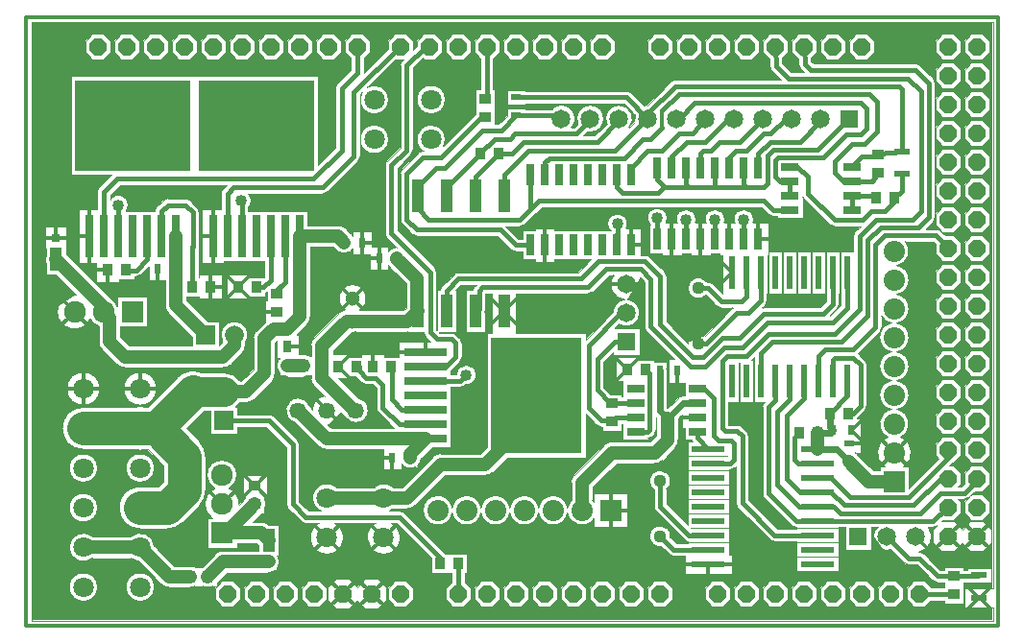
<source format=gbr>
G04 EasyPC Gerber Version 21.0.3 Build 4286 *
G04 #@! TF.Part,Single*
G04 #@! TF.FileFunction,Copper,L1,Top *
G04 #@! TF.FilePolarity,Positive *
%FSLAX35Y35*%
%MOIN*%
G04 #@! TA.AperFunction,ComponentPad*
%AMT15*0 Octagon Pad at angle 0*4,1,8,-0.01243,-0.03000,0.01243,-0.03000,0.03000,-0.01243,0.03000,0.01243,0.01243,0.03000,-0.01243,0.03000,-0.03000,0.01243,-0.03000,-0.01243,-0.01243,-0.03000,0*%
%ADD15T15*%
G04 #@! TA.AperFunction,SMDPad*
%ADD128R,0.02126X0.03701*%
%ADD121R,0.02165X0.11811*%
%ADD123R,0.02559X0.07283*%
%ADD129R,0.03150X0.03937*%
%ADD126R,0.03150X0.14567*%
%ADD20R,0.03543X0.03937*%
%ADD127R,0.03937X0.11811*%
%ADD74R,0.04331X0.07874*%
%ADD29R,0.31496X0.40354*%
%ADD75R,0.03150X0.03150*%
G04 #@! TA.AperFunction,ComponentPad*
%ADD18R,0.06496X0.06496*%
%ADD70R,0.06575X0.06575*%
%ADD16R,0.07382X0.07382*%
%ADD25R,0.07559X0.07559*%
G04 #@! TD.AperFunction*
%ADD13C,0.00394*%
%ADD14C,0.01181*%
%ADD132C,0.01200*%
%ADD79C,0.01575*%
%ADD130C,0.02362*%
G04 #@! TA.AperFunction,ViaPad*
%ADD80C,0.04000*%
G04 #@! TA.AperFunction,ComponentPad*
%ADD22C,0.04449*%
G04 #@! TD.AperFunction*
%ADD78C,0.04724*%
G04 #@! TA.AperFunction,ComponentPad*
%ADD28C,0.05118*%
%ADD27C,0.05748*%
%ADD19C,0.06496*%
%ADD71C,0.06575*%
%ADD77C,0.07087*%
%ADD17C,0.07382*%
G04 #@! TA.AperFunction,SMDPad*
%ADD122R,0.03701X0.02126*%
%ADD120R,0.11811X0.02165*%
%ADD76R,0.05787X0.02441*%
%ADD124R,0.06102X0.02756*%
%ADD125R,0.14567X0.03150*%
%ADD21R,0.03937X0.03543*%
G04 #@! TA.AperFunction,ComponentPad*
%ADD26C,0.07559*%
G04 #@! TA.AperFunction,SMDPad*
%ADD73R,0.40354X0.31496*%
G04 #@! TD.AperFunction*
%ADD131C,0.10236*%
%ADD81C,0.11811*%
X0Y0D02*
D02*
D13*
X6090Y210303D02*
Y2397D01*
X339910*
Y6988*
X329984*
Y13759*
X339910*
Y210303*
X6090*
X336298Y36977D02*
X339325Y33950D01*
Y29673*
X336298Y26646*
X332021*
X329159Y29508*
X326298Y26646*
X322021*
X318994Y29673*
Y33950*
X320564Y35520*
G75*
G02X319041Y34896I-1521J1541*
G01*
X317308*
G75*
G02X313968Y26228I-4265J-3335*
G01*
X314291*
G75*
G02X315825Y25593I2J-2166*
G01*
X321291Y20126*
X322947*
Y21110*
X329640*
Y20127*
X330772*
Y20846*
X339315*
Y15649*
X330772*
Y15796*
X329640*
Y8511*
X322947*
Y9339*
X317878*
X315972Y7434*
X312347*
X309781Y9999*
Y13624*
X312347Y16190*
X315972*
X318177Y13985*
X322947*
Y15795*
X320396*
G75*
G02X318862Y16430I-2J2166*
G01*
X313396Y21897*
X310543*
G75*
G02X309011Y22533J2165*
G01*
X304403Y27140*
G75*
G02X299837Y34896I-1360J4422*
G01*
X297669*
Y26937*
X288417*
Y34896*
X286122*
Y34602*
X271555*
Y34896*
X271437*
G75*
G02X269904Y35531I-2J2165*
G01*
X260404Y45031*
G75*
G02X259770Y46562I1531J1531*
G01*
Y76668*
G75*
G02X260404Y78199I2165*
G01*
X260567Y78362*
X256758*
Y92929*
X257053*
Y94009*
X255972Y92929*
X256679*
Y78362*
X251758*
Y92146*
X251679*
Y78362*
X247959*
Y70477*
X251041*
G75*
G02X252574Y69843I2J-2165*
G01*
X254324Y68093*
G75*
G02X254959Y66562I-1531J-1531*
G01*
Y44209*
X264940Y34227*
X271555*
Y34523*
X286122*
Y29602*
X271555*
Y29896*
X264046*
G75*
G02X262512Y30531I-2J2165*
G01*
X251262Y41781*
G75*
G02X250628Y43312I1531J1531*
G01*
Y56084*
X250074Y55531*
G75*
G02X248541Y54896I-1531J1531*
G01*
X248327*
Y54602*
X233760*
Y59523*
X247628*
Y59602*
X233760*
Y64523*
X235539*
G75*
G02X235163Y65232I1692J1352*
G01*
X232801*
Y69444*
X232014*
Y74163*
X230531Y72681*
G75*
G02X230533Y72562I-3742J-121*
G01*
Y65162*
G75*
G02X229435Y62515I-3740*
G01*
X225091Y58170*
G75*
G02X222443Y57072I-2648J2642*
G01*
X209093*
X200872Y48851*
Y44184*
G75*
G02X201276Y43682I-3739J-3421*
G01*
Y46618*
X212988*
Y34905*
X201276*
Y37843*
G75*
G02X192132Y39930I-4144J2920*
G01*
G75*
G02X182132I-5000J833*
G01*
G75*
G02X172132I-5000J833*
G01*
G75*
G02X162132I-5000J833*
G01*
G75*
G02X152132I-5000J833*
G01*
G75*
G02X142063Y40763I-5000J833*
G01*
G75*
G02X152132Y41596I5069*
G01*
G75*
G02X162132I5000J-833*
G01*
G75*
G02X172132I5000J-833*
G01*
G75*
G02X182132I5000J-833*
G01*
G75*
G02X192132I5000J-833*
G01*
G75*
G02X193392Y44184I5000J-833*
G01*
Y50400*
G75*
G02X194490Y53048I3740*
G01*
X204896Y63454*
G75*
G02X207543Y64552I2648J-2642*
G01*
X220894*
X223053Y66711*
Y72562*
G75*
G02X223055Y72681I3744J-2*
G01*
X222880Y72856*
Y68812*
G75*
G02X222243Y67278I-2165J0*
G01*
X221424Y66459*
G75*
G02X220203Y65844I-1534J1529*
G01*
Y65232*
X211344*
Y70822*
X210951*
Y68480*
X204258*
Y69778*
X203827*
G75*
G02X202294Y70413I-2J2165*
G01*
X198470Y74236*
Y59130*
X171300*
X166236Y54066*
G75*
G02X163589Y52967I-2648J2642*
G01*
X149626*
X139051Y42393*
G75*
G02X136404Y41294I-2648J2642*
G01*
X131531*
G75*
G02X130394Y40566I-3198J3740*
G01*
X133730*
G75*
G02X135263Y39931I2J-2165*
G01*
X149392Y25803*
X157329*
Y19110*
X156482*
Y15680*
X158537Y13624*
Y9999*
X155972Y7434*
X152347*
X149781Y9999*
Y13624*
X151837Y15680*
Y19110*
X144730*
Y24340*
X132835Y36235*
X131123*
G75*
G02X128333Y25546I-2790J-4980*
G01*
G75*
G02X125543Y36235J5709*
G01*
X111438*
G75*
G02X108648Y25546I-2790J-4980*
G01*
G75*
G02X105857Y36235J5709*
G01*
X101307*
G75*
G02X99774Y36869I-2J2165*
G01*
X95286Y41357*
G75*
G02X94652Y42889I1531J1531*
G01*
Y62779*
X87652Y69778*
X77624*
Y67279*
X68293*
Y75211*
X65739*
X59759Y69231*
X64404Y64587*
G75*
G02X66541Y59432I-5145J-5155*
G01*
Y47613*
G75*
G02X64406Y42461I-7284*
G01*
X58468Y36524*
G75*
G02X53317Y34389I-5151J5150*
G01*
X44004*
G75*
G02X43852Y34388I-152J7297*
G01*
G75*
G02X42730Y48869J7284*
G01*
G75*
G02X43852Y48956I1122J-7196*
G01*
X50300*
X51974Y50630*
Y56415*
X46442Y61948*
X46031*
G75*
G02X41674I-2179J7283*
G01*
X24274*
G75*
G02X24167Y61947I-107J7295*
G01*
G75*
G02Y76515J7284*
G01*
G75*
G02X24274Y76515J-7296*
G01*
X41674*
G75*
G02X46031I2179J-7283*
G01*
X46442*
X56943Y87015*
G75*
G02X65056Y88519I5150J-5150*
G01*
X72959*
G75*
G02X78407Y85684J-6654*
G01*
X79047*
X83156Y89792*
Y100522*
G75*
G02Y100525I1461J2*
G01*
G75*
G02Y100526I1504J1*
G01*
G75*
G02X84251Y103171I3741J0*
G01*
X87250Y106170*
Y113598*
X88037*
Y116573*
G75*
G02X87289Y116172I-1378J1670*
G01*
Y115133*
X81778*
Y114346*
X73904*
Y122614*
X81778*
Y121826*
X86896*
Y127378*
X72801*
Y126590*
X65321*
Y145488*
X71896*
Y150763*
G75*
G02X72530Y152294I2165*
G01*
X73833Y153597*
X36822*
X33628Y150458*
Y148833*
G75*
G02X39722Y146826I2717J-2008*
G01*
G75*
G02X38970Y144700I-3378*
G01*
X48988*
G75*
G02X49663Y146185I2317J-158*
G01*
X51946Y148468*
G75*
G02X53589Y149148I1643J-1643*
G01*
X59494*
G75*
G02X61163Y148441J-2323*
G01*
X63680Y145846*
G75*
G02X64337Y144227I-1667J-1619*
G01*
Y121826*
X64376*
Y122614*
X72250*
Y114346*
X64376*
Y115133*
X60006*
Y113572*
X67204Y106374*
X71246*
Y97961*
X72585Y99300*
G75*
G02X76581Y106373I3996J2407*
G01*
G75*
G02X80321Y98919J-4665*
G01*
Y98011*
G75*
G02Y98008I-1461J-2*
G01*
G75*
G02Y98007I-1504J0*
G01*
G75*
G02X79226Y95362I-3741J0*
G01*
X75367Y91504*
G75*
G02X72718Y90408I-2644J2645*
G01*
X38470*
G75*
G02X35823Y91507J3740*
G01*
X30632Y96698*
G75*
G02X29533Y99345I2642J2648*
G01*
Y104815*
G75*
G02X26506Y107335I1536J4924*
G01*
G75*
G02X15124Y109739I-5437J2404*
G01*
G75*
G02X21633Y115657I5945*
G01*
X14637Y122653*
X11069*
Y126770*
G75*
G02Y129165I3543J1197*
G01*
Y131708*
X10872*
Y139189*
X18352*
Y131708*
X18156*
Y129713*
X33685Y114183*
G75*
G02X35911Y111514I-2617J-4444*
G01*
Y114897*
X46226*
Y104582*
X37014*
Y100894*
X40020Y97889*
X61915*
Y101083*
X53624Y109375*
G75*
G02X52526Y112022I2642J2648*
G01*
Y120547*
X46738*
Y125338*
X44017Y122618*
G75*
G02X42483Y121984I-1531J1531*
G01*
X41935*
Y120964*
X36423*
Y120177*
X28549*
Y126590*
X22565*
Y145488*
X28982*
Y151432*
G75*
G02X29677Y153089I2323J0*
G01*
X33961Y157299*
X19750*
Y191551*
X105616*
Y160800*
X111502Y166685*
Y187219*
G75*
G02X112182Y188862I2323*
G01*
X116837Y193516*
Y197944*
X114781Y199999*
Y203624*
X117347Y206190*
X120972*
X123537Y203624*
Y199999*
X121482Y197944*
Y192624*
X129781Y200922*
Y203624*
X132347Y206190*
X135972*
X138537Y203624*
Y200669*
X139781Y201913*
Y203624*
X142347Y206190*
X145972*
X148537Y203624*
Y199999*
X145972Y197434*
X142347*
X141887Y197894*
X138431Y194439*
Y165841*
G75*
G02X137797Y164310I-2165*
G01*
X133116Y159630*
Y137919*
X146065Y124971*
G75*
G02X146699Y123440I-1531J-1531*
G01*
Y103437*
X146738Y103398*
Y117181*
X147925*
G75*
G02X148554Y118552I2159J-160*
G01*
X152847Y122845*
G75*
G02X154380Y123479I1531J-1531*
G01*
X195841*
X200212Y127850*
X187683*
Y127063*
X180793*
Y127850*
X176581*
Y130704*
X174083*
G75*
G02X172550Y131338I-2J2165*
G01*
X167849Y136038*
X139811*
G75*
G02X138278Y136672I-2J2165*
G01*
X134735Y140216*
G75*
G02X134100Y141747I1531J1531*
G01*
Y157692*
G75*
G02X134735Y159223I2165*
G01*
X140404Y164892*
G75*
G02X141937Y165526I1531J-1531*
G01*
X142109*
G75*
G02X144813Y174560I2704J4112*
G01*
G75*
G02X149085Y167195I0J-4921*
G01*
X160197Y178307*
Y186862*
X161994*
Y197787*
X159781Y199999*
Y203624*
X162347Y206190*
X165972*
X168537Y203624*
Y199999*
X166325Y197787*
Y186862*
X166890*
Y174975*
X168294*
X171065Y177746*
Y180354*
X177522*
Y180078*
X186767*
G75*
G02X193550Y173794I3276J-3266*
G01*
X194396*
X195733Y175131*
G75*
G02X200043Y181438I4310J1681*
G01*
G75*
G02Y172186J-4626*
G01*
G75*
G02X199026Y172299I1J4626*
G01*
X197686Y170959*
X201646*
X205757Y175070*
G75*
G02X210043Y181438I4286J1741*
G01*
G75*
G02X213534Y173776J-4626*
G01*
X215535Y175777*
G75*
G02X215622Y178171I4509J1035*
G01*
X211747Y182046*
X177522*
Y181771*
X171065*
Y186653*
X177522*
Y186377*
X212641*
G75*
G02X214175Y185743I2J-2165*
G01*
X218684Y181233*
G75*
G02X219853Y181434I1360J-4422*
G01*
X228012Y189593*
G75*
G02X229546Y190227I1531J-1531*
G01*
X266316*
X263012Y193531*
G75*
G02X262381Y194941I1531J1531*
G01*
X262233Y197548*
X259781Y199999*
Y203624*
X262347Y206190*
X265972*
X268537Y203624*
Y199999*
X266545Y198007*
X266658Y196009*
X269690Y192977*
X274316*
X273012Y194281*
G75*
G02X272382Y195676I1531J1531*
G01*
X272265Y197516*
X269781Y199999*
Y203624*
X272347Y206190*
X275972*
X278537Y203624*
Y199999*
X276571Y198033*
X276652Y196765*
X277440Y195977*
X312791*
G75*
G02X314324Y195343I2J-2165*
G01*
X319074Y190593*
G75*
G02X319709Y189062I-1531J-1531*
G01*
Y142562*
G75*
G02X319074Y141031I-2165*
G01*
X316521Y138477*
X320041*
G75*
G02X321641Y137773I2J-2165*
G01*
X323089Y136190*
X325972*
X328537Y133624*
Y129999*
X325972Y127434*
X322347*
X319781Y129999*
Y133390*
X319089Y134146*
X309361*
G75*
G02X306376Y125812I-3818J-3335*
G01*
G75*
G02Y115812I-833J-5000*
G01*
G75*
G02Y105812I-833J-5000*
G01*
G75*
G02Y95812I-833J-5000*
G01*
G75*
G02Y85812I-833J-5000*
G01*
G75*
G02Y75812I-833J-5000*
G01*
G75*
G02X307737Y66242I-833J-5000*
G01*
G75*
G02X308704Y55881I-2193J-5430*
G01*
X310612*
Y48443*
X320975Y58806*
X319781Y59999*
Y63624*
X322347Y66190*
X325972*
X328537Y63624*
Y59999*
X325972Y57434*
X325728*
X324483Y56190*
X325972*
X328537Y53624*
Y49999*
X327515Y48977*
X328896*
X329850Y49931*
X329781Y49999*
Y53624*
X332347Y56190*
X335972*
X338537Y53624*
Y49999*
X335972Y47434*
X333478*
X331324Y45281*
G75*
G02X329791Y44646I-1531J1531*
G01*
X327515*
X328537Y43624*
Y39999*
X325972Y37434*
X322478*
X322021Y36977*
X326298*
X329159Y34116*
X332021Y36977*
X336298*
X139892Y183418D02*
G75*
G02X149734I4921D01*
G01*
G75*
G02X139892I-4921*
G01*
X325972Y76190D02*
X328537Y73624D01*
Y69999*
X325972Y67434*
X322347*
X319781Y69999*
Y73624*
X322347Y76190*
X325972*
Y86190D02*
X328537Y83624D01*
Y79999*
X325972Y77434*
X322347*
X319781Y79999*
Y83624*
X322347Y86190*
X325972*
Y96190D02*
X328537Y93624D01*
Y89999*
X325972Y87434*
X322347*
X319781Y89999*
Y93624*
X322347Y96190*
X325972*
Y106190D02*
X328537Y103624D01*
Y99999*
X325972Y97434*
X322347*
X319781Y99999*
Y103624*
X322347Y106190*
X325972*
Y116190D02*
X328537Y113624D01*
Y109999*
X325972Y107434*
X322347*
X319781Y109999*
Y113624*
X322347Y116190*
X325972*
Y126190D02*
X328537Y123624D01*
Y119999*
X325972Y117434*
X322347*
X319781Y119999*
Y123624*
X322347Y126190*
X325972*
X335972Y46190D02*
X338537Y43624D01*
Y39999*
X335972Y37434*
X332347*
X329781Y39999*
Y43624*
X332347Y46190*
X335972*
X305972Y16190D02*
X308537Y13624D01*
Y9999*
X305972Y7434*
X302347*
X299781Y9999*
Y13624*
X302347Y16190*
X305972*
X295972D02*
X298537Y13624D01*
Y9999*
X295972Y7434*
X292347*
X289781Y9999*
Y13624*
X292347Y16190*
X295972*
X275972D02*
X278537Y13624D01*
Y9999*
X275972Y7434*
X272347*
X269781Y9999*
Y13624*
X272347Y16190*
X275972*
X271555Y24523D02*
X286122D01*
Y19602*
X271555*
Y24523*
X285972Y16190D02*
X288537Y13624D01*
Y9999*
X285972Y7434*
X282347*
X279781Y9999*
Y13624*
X282347Y16190*
X285972*
X271555Y29523D02*
X286122D01*
Y24602*
X271555*
Y29523*
X265972Y16190D02*
X268537Y13624D01*
Y9999*
X265972Y7434*
X262347*
X259781Y9999*
Y13624*
X262347Y16190*
X265972*
X255972D02*
X258537Y13624D01*
Y9999*
X255972Y7434*
X252347*
X249781Y9999*
Y13624*
X252347Y16190*
X255972*
X233760Y44523D02*
X248327D01*
Y39602*
X233760*
Y44523*
Y49523D02*
X248327D01*
Y44602*
X233760*
Y49523*
Y54523D02*
X248327D01*
Y49602*
X233760*
Y54523*
X225972Y16190D02*
X228537Y13624D01*
Y9999*
X225972Y7434*
X222347*
X219781Y9999*
Y13624*
X222347Y16190*
X225972*
X248327Y25311D02*
X249114D01*
Y18815*
X232972*
Y24896*
X228939*
G75*
G02X227406Y25531I-2J2165*
G01*
X224798Y28139*
G75*
G02X220691Y31706I-505J3567*
G01*
G75*
G02X227896I3602*
G01*
G75*
G02X227860Y31201I-3604J-1*
G01*
X229834Y29227*
X233760*
Y29523*
X248327*
Y25311*
X245972Y16190D02*
X248537Y13624D01*
Y9999*
X245972Y7434*
X242347*
X239781Y9999*
Y13624*
X242347Y16190*
X245972*
X233760Y39523D02*
X248327D01*
Y34602*
X234815*
X234894Y34523*
X248327*
Y29602*
X233760*
Y29963*
G75*
G02X232762Y30531I533J2098*
G01*
X222762Y40531*
G75*
G02X222128Y42062I1531J1531*
G01*
Y48039*
G75*
G02X220691Y50918I2165J2879*
G01*
G75*
G02X227896I3602*
G01*
G75*
G02X226459Y48039I-3602*
G01*
Y42959*
X233760Y35657*
Y39523*
X215972Y16190D02*
X218537Y13624D01*
Y9999*
X215972Y7434*
X212347*
X209781Y9999*
Y13624*
X212347Y16190*
X215972*
X205972D02*
X208537Y13624D01*
Y9999*
X205972Y7434*
X202347*
X199781Y9999*
Y13624*
X202347Y16190*
X205972*
X195972D02*
X198537Y13624D01*
Y9999*
X195972Y7434*
X192347*
X189781Y9999*
Y13624*
X192347Y16190*
X195972*
X185972D02*
X188537Y13624D01*
Y9999*
X185972Y7434*
X182347*
X179781Y9999*
Y13624*
X182347Y16190*
X185972*
X175972D02*
X178537Y13624D01*
Y9999*
X175972Y7434*
X172347*
X169781Y9999*
Y13624*
X172347Y16190*
X175972*
X165972D02*
X168537Y13624D01*
Y9999*
X165972Y7434*
X162347*
X159781Y9999*
Y13624*
X162347Y16190*
X165972*
X135972D02*
X138537Y13624D01*
Y9999*
X135972Y7434*
X132347*
X129781Y9999*
Y13624*
X132347Y16190*
X135972*
X126298Y16977D02*
X129325Y13950D01*
Y9673*
X126298Y6646*
X122021*
X119159Y9508*
X116298Y6646*
X112021*
X108994Y9673*
Y13950*
X112021Y16977*
X116298*
X119159Y14116*
X122021Y16977*
X126298*
X105972Y16190D02*
X108537Y13624D01*
Y9999*
X105972Y7434*
X102347*
X99781Y9999*
Y13624*
X102347Y16190*
X105972*
X91974Y31527D02*
G75*
G02Y29132I-3543J-1197D01*
G01*
Y25015*
X91480*
G75*
G02X91384Y20554I-3049J-2166*
G01*
Y19897*
X90728*
G75*
G02X88431Y19109I-2296J2952*
G01*
X74035*
X70518Y15591*
Y14385*
X69040*
G75*
G02X65696I-1672J3346*
G01*
X62741*
G75*
G02X61069Y13991I-1672J3346*
G01*
X54014*
G75*
G02X51366Y15089J3740*
G01*
X43469Y22986*
G75*
G02X40654Y24152I383J4906*
G01*
X27366*
G75*
G02X19246Y27893I-3198J3740*
G01*
G75*
G02X27366Y31633I4921*
G01*
X40654*
G75*
G02X48759Y28276I3198J-3740*
G01*
X55563Y21471*
X61069*
G75*
G02X62738Y21078J-3741*
G01*
X65426*
X69839Y25491*
G75*
G02X72486Y26589I2648J-2642*
G01*
X84888*
Y28583*
X84244Y29227*
X77407*
Y27811*
X67093*
Y38126*
X68800*
G75*
G02X69846Y48404I3450J4842*
G01*
G75*
G02X67093Y52967I2404J4563*
G01*
G75*
G02X77407I5157*
G01*
G75*
G02X74654Y48404I-5157*
G01*
G75*
G02X78195Y42967I-2404J-5437*
G01*
G75*
G02X78189Y42700I-5943J-3*
G01*
X80360Y44871*
Y45291*
X79573*
Y53165*
X87841*
Y45291*
X87053*
Y44598*
G75*
G02Y41257I-3347J-1670*
G01*
Y39779*
X85847*
X82776Y36707*
X85789*
G75*
G02X88404Y35645I5J-3740*
G01*
X91974*
Y31527*
X95972Y16190D02*
X98537Y13624D01*
Y9999*
X95972Y7434*
X92347*
X89781Y9999*
Y13624*
X92347Y16190*
X95972*
X85972D02*
X88537Y13624D01*
Y9999*
X85972Y7434*
X82347*
X79781Y9999*
Y13624*
X82347Y16190*
X85972*
X75972D02*
X78537Y13624D01*
Y9999*
X75972Y7434*
X72347*
X69781Y9999*
Y13624*
X72347Y16190*
X75972*
X38931Y14113D02*
G75*
G02X48774I4921D01*
G01*
G75*
G02X38931I-4921*
G01*
Y55452D02*
G75*
G02X48774I4921D01*
G01*
G75*
G02X38931I-4921*
G01*
X19246Y14113D02*
G75*
G02X29089I4921D01*
G01*
G75*
G02X19246I-4921*
G01*
Y41672D02*
G75*
G02X29089I4921D01*
G01*
G75*
G02X19246I-4921*
G01*
Y55452D02*
G75*
G02X29089I4921D01*
G01*
G75*
G02X19246I-4921*
G01*
X38144Y83011D02*
G75*
G02X49561I5709D01*
G01*
G75*
G02X38144I-5709*
G01*
X18459D02*
G75*
G02X29876I5709D01*
G01*
G75*
G02X18459I-5709*
G01*
X30972Y206190D02*
X33537Y203624D01*
Y199999*
X30972Y197434*
X27347*
X24781Y199999*
Y203624*
X27347Y206190*
X30972*
X40972D02*
X43537Y203624D01*
Y199999*
X40972Y197434*
X37347*
X34781Y199999*
Y203624*
X37347Y206190*
X40972*
X50972D02*
X53537Y203624D01*
Y199999*
X50972Y197434*
X47347*
X44781Y199999*
Y203624*
X47347Y206190*
X50972*
X60972D02*
X63537Y203624D01*
Y199999*
X60972Y197434*
X57347*
X54781Y199999*
Y203624*
X57347Y206190*
X60972*
X70972D02*
X73537Y203624D01*
Y199999*
X70972Y197434*
X67347*
X64781Y199999*
Y203624*
X67347Y206190*
X70972*
X80972D02*
X83537Y203624D01*
Y199999*
X80972Y197434*
X77347*
X74781Y199999*
Y203624*
X77347Y206190*
X80972*
X90972D02*
X93537Y203624D01*
Y199999*
X90972Y197434*
X87347*
X84781Y199999*
Y203624*
X87347Y206190*
X90972*
X100972D02*
X103537Y203624D01*
Y199999*
X100972Y197434*
X97347*
X94781Y199999*
Y203624*
X97347Y206190*
X100972*
X110972D02*
X113537Y203624D01*
Y199999*
X110972Y197434*
X107347*
X104781Y199999*
Y203624*
X107347Y206190*
X110972*
X155972D02*
X158537Y203624D01*
Y199999*
X155972Y197434*
X152347*
X149781Y199999*
Y203624*
X152347Y206190*
X155972*
X175972D02*
X178537Y203624D01*
Y199999*
X175972Y197434*
X172347*
X169781Y199999*
Y203624*
X172347Y206190*
X175972*
X185972D02*
X188537Y203624D01*
Y199999*
X185972Y197434*
X182347*
X179781Y199999*
Y203624*
X182347Y206190*
X185972*
X195972D02*
X198537Y203624D01*
Y199999*
X195972Y197434*
X192347*
X189781Y199999*
Y203624*
X192347Y206190*
X195972*
X205972D02*
X208537Y203624D01*
Y199999*
X205972Y197434*
X202347*
X199781Y199999*
Y203624*
X202347Y206190*
X205972*
X225972D02*
X228537Y203624D01*
Y199999*
X225972Y197434*
X222347*
X219781Y199999*
Y203624*
X222347Y206190*
X225972*
X235972D02*
X238537Y203624D01*
Y199999*
X235972Y197434*
X232347*
X229781Y199999*
Y203624*
X232347Y206190*
X235972*
X245972D02*
X248537Y203624D01*
Y199999*
X245972Y197434*
X242347*
X239781Y199999*
Y203624*
X242347Y206190*
X245972*
X255972D02*
X258537Y203624D01*
Y199999*
X255972Y197434*
X252347*
X249781Y199999*
Y203624*
X252347Y206190*
X255972*
X285972D02*
X288537Y203624D01*
Y199999*
X285972Y197434*
X282347*
X279781Y199999*
Y203624*
X282347Y206190*
X285972*
X295972D02*
X298537Y203624D01*
Y199999*
X295972Y197434*
X292347*
X289781Y199999*
Y203624*
X292347Y206190*
X295972*
X325972Y146190D02*
X328537Y143624D01*
Y139999*
X325972Y137434*
X322347*
X319781Y139999*
Y143624*
X322347Y146190*
X325972*
Y156190D02*
X328537Y153624D01*
Y149999*
X325972Y147434*
X322347*
X319781Y149999*
Y153624*
X322347Y156190*
X325972*
Y166190D02*
X328537Y163624D01*
Y159999*
X325972Y157434*
X322347*
X319781Y159999*
Y163624*
X322347Y166190*
X325972*
Y176190D02*
X328537Y173624D01*
Y169999*
X325972Y167434*
X322347*
X319781Y169999*
Y173624*
X322347Y176190*
X325972*
Y186190D02*
X328537Y183624D01*
Y179999*
X325972Y177434*
X322347*
X319781Y179999*
Y183624*
X322347Y186190*
X325972*
Y196190D02*
X328537Y193624D01*
Y189999*
X325972Y187434*
X322347*
X319781Y189999*
Y193624*
X322347Y196190*
X325972*
Y206190D02*
X328537Y203624D01*
Y199999*
X325972Y197434*
X322347*
X319781Y199999*
Y203624*
X322347Y206190*
X325972*
X335972Y66190D02*
X338537Y63624D01*
Y59999*
X335972Y57434*
X332347*
X329781Y59999*
Y63624*
X332347Y66190*
X335972*
Y76190D02*
X338537Y73624D01*
Y69999*
X335972Y67434*
X332347*
X329781Y69999*
Y73624*
X332347Y76190*
X335972*
Y86190D02*
X338537Y83624D01*
Y79999*
X335972Y77434*
X332347*
X329781Y79999*
Y83624*
X332347Y86190*
X335972*
Y96190D02*
X338537Y93624D01*
Y89999*
X335972Y87434*
X332347*
X329781Y89999*
Y93624*
X332347Y96190*
X335972*
Y106190D02*
X338537Y103624D01*
Y99999*
X335972Y97434*
X332347*
X329781Y99999*
Y103624*
X332347Y106190*
X335972*
Y116190D02*
X338537Y113624D01*
Y109999*
X335972Y107434*
X332347*
X329781Y109999*
Y113624*
X332347Y116190*
X335972*
Y126190D02*
X338537Y123624D01*
Y119999*
X335972Y117434*
X332347*
X329781Y119999*
Y123624*
X332347Y126190*
X335972*
Y136190D02*
X338537Y133624D01*
Y129999*
X335972Y127434*
X332347*
X329781Y129999*
Y133624*
X332347Y136190*
X335972*
Y146190D02*
X338537Y143624D01*
Y139999*
X335972Y137434*
X332347*
X329781Y139999*
Y143624*
X332347Y146190*
X335972*
Y156190D02*
X338537Y153624D01*
Y149999*
X335972Y147434*
X332347*
X329781Y149999*
Y153624*
X332347Y156190*
X335972*
Y166190D02*
X338537Y163624D01*
Y159999*
X335972Y157434*
X332347*
X329781Y159999*
Y163624*
X332347Y166190*
X335972*
Y176190D02*
X338537Y173624D01*
Y169999*
X335972Y167434*
X332347*
X329781Y169999*
Y173624*
X332347Y176190*
X335972*
Y186190D02*
X338537Y183624D01*
Y179999*
X335972Y177434*
X332347*
X329781Y179999*
Y183624*
X332347Y186190*
X335972*
Y196190D02*
X338537Y193624D01*
Y189999*
X335972Y187434*
X332347*
X329781Y189999*
Y193624*
X332347Y196190*
X335972*
Y206190D02*
X338537Y203624D01*
Y199999*
X335972Y197434*
X332347*
X329781Y199999*
Y203624*
X332347Y206190*
X335972*
X329984Y11812D02*
G36*
X329640D01*
Y8511*
X322947*
Y9339*
X317878*
X315972Y7434*
X312347*
X309781Y9999*
Y11812*
X308537*
Y9999*
X305972Y7434*
X302347*
X299781Y9999*
Y11812*
X298537*
Y9999*
X295972Y7434*
X292347*
X289781Y9999*
Y11812*
X288537*
Y9999*
X285972Y7434*
X282347*
X279781Y9999*
Y11812*
X278537*
Y9999*
X275972Y7434*
X272347*
X269781Y9999*
Y11812*
X268537*
Y9999*
X265972Y7434*
X262347*
X259781Y9999*
Y11812*
X258537*
Y9999*
X255972Y7434*
X252347*
X249781Y9999*
Y11812*
X248537*
Y9999*
X245972Y7434*
X242347*
X239781Y9999*
Y11812*
X228537*
Y9999*
X225972Y7434*
X222347*
X219781Y9999*
Y11812*
X218537*
Y9999*
X215972Y7434*
X212347*
X209781Y9999*
Y11812*
X208537*
Y9999*
X205972Y7434*
X202347*
X199781Y9999*
Y11812*
X198537*
Y9999*
X195972Y7434*
X192347*
X189781Y9999*
Y11812*
X188537*
Y9999*
X185972Y7434*
X182347*
X179781Y9999*
Y11812*
X178537*
Y9999*
X175972Y7434*
X172347*
X169781Y9999*
Y11812*
X168537*
Y9999*
X165972Y7434*
X162347*
X159781Y9999*
Y11812*
X158537*
Y9999*
X155972Y7434*
X152347*
X149781Y9999*
Y11812*
X138537*
Y9999*
X135972Y7434*
X132347*
X129781Y9999*
Y11812*
X129325*
Y9673*
X126298Y6646*
X122021*
X119159Y9508*
X116298Y6646*
X112021*
X108994Y9673*
Y11812*
X108537*
Y9999*
X105972Y7434*
X102347*
X99781Y9999*
Y11812*
X98537*
Y9999*
X95972Y7434*
X92347*
X89781Y9999*
Y11812*
X88537*
Y9999*
X85972Y7434*
X82347*
X79781Y9999*
Y11812*
X78537*
Y9999*
X75972Y7434*
X72347*
X69781Y9999*
Y11812*
X48202*
G75*
G02X39502I-4350J2301*
G01*
X28517*
G75*
G02X19817I-4350J2301*
G01*
X6287*
Y2594*
X339713*
Y6988*
X329984*
Y11812*
G37*
X66410Y22063D02*
G36*
X54972D01*
X55563Y21471*
X61069*
G75*
G02X62738Y21078I-1J-3744*
G01*
X65426*
X66410Y22063*
G37*
X149781Y11812D02*
G36*
Y13624D01*
X151837Y15680*
Y19110*
X144730*
Y22063*
X92088*
G75*
G02X91384Y20554I-3657J787*
G01*
Y19897*
X90728*
G75*
G02X88431Y19109I-2296J2950*
G01*
X74035*
X70518Y15591*
Y14385*
X69040*
G75*
G02X65696I-1672J3346*
G01*
X62741*
G75*
G02X61069Y13991I-1672J3347*
G01*
X54014*
G75*
G02X51366Y15089J3740*
G01*
X44393Y22063*
X6287*
Y11812*
X19817*
G75*
G02X19246Y14113I4350J2302*
G01*
G75*
G02X29089I4921*
G01*
G75*
G02X28517Y11812I-4921J0*
G01*
X39502*
G75*
G02X38931Y14113I4350J2302*
G01*
G75*
G02X48774I4921*
G01*
G75*
G02X48202Y11812I-4921J0*
G01*
X69781*
Y13624*
X72347Y16190*
X75972*
X78537Y13624*
Y11812*
X79781*
Y13624*
X82347Y16190*
X85972*
X88537Y13624*
Y11812*
X89781*
Y13624*
X92347Y16190*
X95972*
X98537Y13624*
Y11812*
X99781*
Y13624*
X102347Y16190*
X105972*
X108537Y13624*
Y11812*
X108994*
Y13950*
X112021Y16977*
X116298*
X119159Y14116*
X122021Y16977*
X126298*
X129325Y13950*
Y11812*
X129781*
Y13624*
X132347Y16190*
X135972*
X138537Y13624*
Y11812*
X149781*
G37*
X309781D02*
G36*
Y13624D01*
X312347Y16190*
X315972*
X318177Y13985*
X322947*
Y15795*
X320396*
G75*
G02X318862Y16430I-2J2167*
G01*
X313396Y21897*
X310543*
G75*
G02X309714Y22063I1J2167*
G01*
X286122*
Y19602*
X271555*
Y22063*
X249114*
Y18815*
X232972*
Y22063*
X157329*
Y19110*
X156482*
Y15680*
X158537Y13624*
Y11812*
X159781*
Y13624*
X162347Y16190*
X165972*
X168537Y13624*
Y11812*
X169781*
Y13624*
X172347Y16190*
X175972*
X178537Y13624*
Y11812*
X179781*
Y13624*
X182347Y16190*
X185972*
X188537Y13624*
Y11812*
X189781*
Y13624*
X192347Y16190*
X195972*
X198537Y13624*
Y11812*
X199781*
Y13624*
X202347Y16190*
X205972*
X208537Y13624*
Y11812*
X209781*
Y13624*
X212347Y16190*
X215972*
X218537Y13624*
Y11812*
X219781*
Y13624*
X222347Y16190*
X225972*
X228537Y13624*
Y11812*
X239781*
Y13624*
X242347Y16190*
X245972*
X248537Y13624*
Y11812*
X249781*
Y13624*
X252347Y16190*
X255972*
X258537Y13624*
Y11812*
X259781*
Y13624*
X262347Y16190*
X265972*
X268537Y13624*
Y11812*
X269781*
Y13624*
X272347Y16190*
X275972*
X278537Y13624*
Y11812*
X279781*
Y13624*
X282347Y16190*
X285972*
X288537Y13624*
Y11812*
X289781*
Y13624*
X292347Y16190*
X295972*
X298537Y13624*
Y11812*
X299781*
Y13624*
X302347Y16190*
X305972*
X308537Y13624*
Y11812*
X309781*
G37*
X339713Y13759D02*
G36*
Y22063D01*
X319354*
X321291Y20126*
X322947*
Y21110*
X329640*
Y20127*
X330772*
Y20846*
X339315*
Y15649*
X330772*
Y15796*
X329640*
Y11812*
X329984*
Y13759*
X339713*
G37*
X44393Y22063D02*
G36*
X43469Y22986D01*
G75*
G02X40654Y24152I385J4911*
G01*
X27366*
G75*
G02X19317Y27063I-3198J3740*
G01*
X6287*
Y22063*
X44393*
G37*
X66410D02*
G36*
X69839Y25491D01*
G75*
G02X72486Y26589I2648J-2642*
G01*
X84888*
Y27063*
X49972*
X54972Y22063*
X66410*
G37*
X144730D02*
G36*
Y24340D01*
X142008Y27063*
X132207*
G75*
G02X128333Y25546I-3875J4192*
G01*
G75*
G02X124458Y27063J5709*
G01*
X112522*
G75*
G02X108648Y25546I-3875J4192*
G01*
G75*
G02X104773Y27063J5709*
G01*
X91974*
Y25015*
X91480*
G75*
G02X92171Y22849I-3050J-2166*
G01*
G75*
G02X92088Y22063I-3740J-1*
G01*
X144730*
G37*
X232972D02*
G36*
Y24896D01*
X228939*
G75*
G02X227406Y25531I-2J2167*
G01*
X225874Y27063*
X148132*
X149392Y25803*
X157329*
Y22063*
X232972*
G37*
X309714D02*
G36*
G75*
G02X309011Y22533I830J2002D01*
G01*
X304481Y27063*
X304119*
G75*
G02X301967I-1076J4500*
G01*
X297669*
Y26937*
X288417*
Y27063*
X286122*
Y24602*
X271555*
Y27063*
X248327*
Y25311*
X249114*
Y22063*
X271555*
Y24523*
X286122*
Y22063*
X309714*
G37*
X336714Y27063D02*
G36*
X336298Y26646D01*
X332021*
X331605Y27063*
X326714*
X326298Y26646*
X322021*
X321605Y27063*
X316054*
G75*
G02X313968Y26228I-3010J4500*
G01*
X314291*
G75*
G02X315825Y25593I2J-2167*
G01*
X319354Y22063*
X339713*
Y27063*
X336714*
G37*
X84888D02*
G36*
Y28583D01*
X84244Y29227*
X77407*
Y27811*
X67093*
Y38126*
X68800*
G75*
G02X66419Y41812I3450J4842*
G01*
X63757*
X58468Y36524*
G75*
G02X53317Y34389I-5152J5150*
G01*
X44004*
G75*
G02X43852Y34388I-151J7260*
G01*
G75*
G02X36568Y41672J7284*
G01*
G75*
G02X36569Y41812I7287J8*
G01*
X29087*
G75*
G02X29089Y41672I-4920J-139*
G01*
G75*
G02X19246I-4921*
G01*
G75*
G02X19248Y41812I4922J0*
G01*
X6287*
Y27063*
X19317*
G75*
G02X19246Y27893I4851J830*
G01*
G75*
G02X27366Y31633I4921*
G01*
X40654*
G75*
G02X48759Y28276I3198J-3741*
G01*
X49972Y27063*
X84888*
G37*
X94938Y41812D02*
G36*
X87276D01*
G75*
G02X87053Y41257I-3570J1116*
G01*
Y39779*
X85847*
X82776Y36707*
X85789*
G75*
G02X88404Y35645I5J-3741*
G01*
X91974*
Y31527*
G75*
G02X92171Y30330I-3543J-1197*
G01*
G75*
G02X91974Y29132I-3739*
G01*
Y27063*
X104773*
G75*
G02X102939Y31255I3875J4192*
G01*
G75*
G02X105857Y36235I5709*
G01*
X101307*
G75*
G02X99774Y36869I-2J2167*
G01*
X95286Y41357*
G75*
G02X94938Y41812I1532J1532*
G01*
G37*
X124458Y27063D02*
G36*
G75*
G02X122624Y31255I3875J4192D01*
G01*
G75*
G02X125543Y36235I5709*
G01*
X111438*
G75*
G02X114356Y31255I-2790J-4980*
G01*
G75*
G02X112522Y27063I-5709*
G01*
X124458*
G37*
X263623Y41812D02*
G36*
X257356D01*
X264940Y34227*
X271555*
Y34523*
X286122*
Y29602*
X271555*
Y29896*
X264046*
G75*
G02X262512Y30531I-2J2167*
G01*
X251262Y41781*
G75*
G02X251232Y41812I1533J1524*
G01*
X248327*
Y39602*
X233760*
Y41812*
X227606*
X233760Y35657*
Y39523*
X248327*
Y34602*
X234815*
X234894Y34523*
X248327*
Y29602*
X233760*
Y29963*
G75*
G02X232762Y30531I536J2103*
G01*
X222762Y40531*
G75*
G02X222143Y41812I1532J1531*
G01*
X212988*
Y34905*
X201276*
Y37843*
G75*
G02X192132Y39930I-4144J2919*
G01*
G75*
G02X182132I-5000J833*
G01*
G75*
G02X172132I-5000J833*
G01*
G75*
G02X162132I-5000J833*
G01*
G75*
G02X152132I-5000J833*
G01*
G75*
G02X142063Y40763I-5000J833*
G01*
G75*
G02X142173Y41812I5069J0*
G01*
X138302*
G75*
G02X136404Y41294I-1898J3222*
G01*
X131531*
G75*
G02X130394Y40566I-3210J3759*
G01*
X133730*
G75*
G02X135263Y39931I2J-2167*
G01*
X148132Y27063*
X225874*
X224798Y28139*
G75*
G02X220691Y31705I-505J3567*
G01*
Y31706*
G75*
G02X227896I3602*
G01*
G75*
G02Y31700I-3418J-3*
G01*
G75*
G02X227860Y31201I-3527*
G01*
X229834Y29227*
X233760*
Y29523*
X248327*
Y27063*
X271555*
Y29523*
X286122*
Y27063*
X288417*
Y34896*
X286122*
Y34602*
X271555*
Y34896*
X271437*
G75*
G02X269904Y35531I-2J2167*
G01*
X263623Y41812*
G37*
X142008Y27063D02*
G36*
X132835Y36235D01*
X131123*
G75*
G02X134041Y31255I-2790J-4980*
G01*
G75*
G02X132207Y27063I-5709*
G01*
X142008*
G37*
X152173Y41812D02*
G36*
X152091D01*
G75*
G02X152132Y41596I-4960J-1052*
G01*
G75*
G02X152173Y41812I5001J-835*
G01*
G37*
X162173D02*
G36*
X162091D01*
G75*
G02X162132Y41596I-4960J-1052*
G01*
G75*
G02X162173Y41812I5001J-835*
G01*
G37*
X172173D02*
G36*
X172091D01*
G75*
G02X172132Y41596I-4960J-1052*
G01*
G75*
G02X172173Y41812I5001J-835*
G01*
G37*
X182173D02*
G36*
X182091D01*
G75*
G02X182132Y41596I-4960J-1052*
G01*
G75*
G02X182173Y41812I5001J-835*
G01*
G37*
X192173D02*
G36*
X192091D01*
G75*
G02X192132Y41596I-4960J-1052*
G01*
G75*
G02X192173Y41812I5005J-836*
G01*
G37*
X301967Y27063D02*
G36*
G75*
G02X298417Y31562I1076J4499D01*
G01*
G75*
G02X299837Y34896I4626*
G01*
X297669*
Y27063*
X301967*
G37*
X304481D02*
G36*
X304403Y27140D01*
G75*
G02X304119Y27063I-1360J4419*
G01*
X304481*
G37*
X321605D02*
G36*
X318994Y29673D01*
Y33950*
X320564Y35520*
G75*
G02X319041Y34896I-1522J1544*
G01*
X317308*
G75*
G02X318457Y31562I-4264J-3335*
G01*
G75*
G02X316054Y27063I-5413*
G01*
X321605*
G37*
X338537Y41812D02*
G36*
Y39999D01*
X335972Y37434*
X332347*
X329781Y39999*
Y41812*
X328537*
Y39999*
X325972Y37434*
X322478*
X322021Y36977*
X326298*
X329159Y34116*
X332021Y36977*
X336298*
X339325Y33950*
Y29673*
X336714Y27063*
X339713*
Y41812*
X338537*
G37*
X331605Y27063D02*
G36*
X329159Y29508D01*
X326714Y27063*
X331605*
G37*
X38953Y47063D02*
G36*
X6287D01*
Y41812*
X19248*
G75*
G02X29087I4919J-140*
G01*
X36569*
G75*
G02X38953Y47063I7283J-140*
G01*
G37*
X66419Y41812D02*
G36*
G75*
G02X66305Y42967I5833J1156D01*
G01*
G75*
G02X67941Y47063I5945J0*
G01*
X66520*
G75*
G02X64406Y42461I-7260J549*
G01*
X63757Y41812*
X66419*
G37*
X79573Y47063D02*
G36*
X76559D01*
G75*
G02X78195Y42967I-4309J-4096*
G01*
G75*
G02X78189Y42700I-6507J9*
G01*
X80360Y44871*
Y45291*
X79573*
Y47063*
G37*
X94652D02*
G36*
X87841D01*
Y45291*
X87053*
Y44598*
G75*
G02X87447Y42928I-3347J-1670*
G01*
G75*
G02X87276Y41812I-3741J0*
G01*
X94938*
G75*
G02X94652Y42889I1880J1077*
G01*
Y47063*
G37*
X192173Y41812D02*
G36*
G75*
G02X193392Y44184I4963J-1051D01*
G01*
Y47063*
X143721*
X139051Y42393*
G75*
G02X138302Y41812I-2648J2643*
G01*
X142173*
G75*
G02X152091I4959J-1049*
G01*
X152173*
G75*
G02X162091I4959J-1049*
G01*
X162173*
G75*
G02X172091I4959J-1049*
G01*
X172173*
G75*
G02X182091I4959J-1049*
G01*
X182173*
G75*
G02X192091I4959J-1049*
G01*
X192173*
G37*
X222143D02*
G36*
G75*
G02X222128Y42062I2152J251D01*
G01*
Y47063*
X200872*
Y44184*
G75*
G02X201276Y43682I-3737J-3420*
G01*
Y46618*
X212988*
Y41812*
X222143*
G37*
X251232D02*
G36*
G75*
G02X250628Y43312I1562J1500D01*
G01*
Y47063*
X248327*
Y44602*
X233760*
Y47063*
X226459*
Y42959*
X227606Y41812*
X233760*
Y44523*
X248327*
Y41812*
X251232*
G37*
X259770Y47063D02*
G36*
X254959D01*
Y44209*
X257356Y41812*
X263623*
X260404Y45031*
G75*
G02X259770Y46562I1532J1531*
G01*
Y47063*
G37*
X333106D02*
G36*
X331324Y45281D01*
G75*
G02X329791Y44646I-1532J1533*
G01*
X327515*
X328537Y43624*
Y41812*
X329781*
Y43624*
X332347Y46190*
X335972*
X338537Y43624*
Y41812*
X339713*
Y47063*
X333106*
G37*
X51974Y52063D02*
G36*
X47421D01*
G75*
G02X40284I-3569J3389*
G01*
X27736*
G75*
G02X20599I-3569J3389*
G01*
X6287*
Y47063*
X38953*
G75*
G02X42730Y48869I4899J-5391*
G01*
G75*
G02X43852Y48956I1119J-7152*
G01*
X50300*
X51974Y50630*
Y52063*
G37*
X67172D02*
G36*
X66541D01*
Y47613*
G75*
G02Y47612I-8459J0*
G01*
G75*
G02X66520Y47063I-7281J2*
G01*
X67941*
G75*
G02X69846Y48404I4309J-4096*
G01*
G75*
G02X67172Y52063I2404J4563*
G01*
G37*
X79573D02*
G36*
X77328D01*
G75*
G02X74654Y48404I-5078J905*
G01*
G75*
G02X76559Y47063I-2404J-5437*
G01*
X79573*
Y52063*
G37*
X94652D02*
G36*
X87841D01*
Y47063*
X94652*
Y52063*
G37*
X193781D02*
G36*
X148721D01*
X143721Y47063*
X193392*
Y50400*
G75*
G02X193781Y52063I3740J0*
G01*
G37*
X220878D02*
G36*
X204083D01*
X200872Y48851*
Y47063*
X222128*
Y48039*
G75*
G02X220691Y50918I2165J2879*
G01*
G75*
G02X220878Y52063I3602*
G01*
G37*
X250628D02*
G36*
X248327D01*
Y49602*
X233760*
Y52063*
X227709*
G75*
G02X227896Y50918I-3416J-1144*
G01*
G75*
G02X226459Y48039I-3602*
G01*
Y47063*
X233760*
Y49523*
X248327*
Y47063*
X250628*
Y52063*
G37*
X259770Y47063D02*
G36*
Y52063D01*
X254959*
Y47063*
X259770*
G37*
X314232Y52063D02*
G36*
X310612D01*
Y48443*
X314232Y52063*
G37*
X329781D02*
G36*
X328537D01*
Y49999*
X327515Y48977*
X328896*
X329850Y49931*
X329781Y49999*
Y52063*
G37*
X338537D02*
G36*
Y49999D01*
X335972Y47434*
X333478*
X333106Y47063*
X339713*
Y52063*
X338537*
G37*
X51974D02*
G36*
Y56415D01*
X46578Y61812*
X45511*
G75*
G02X42194I-1658J7419*
G01*
X6287*
Y52063*
X20599*
G75*
G02X19246Y55452I3569J3389*
G01*
G75*
G02X29089I4921*
G01*
G75*
G02X27736Y52063I-4921*
G01*
X40284*
G75*
G02X38931Y55452I3569J3389*
G01*
G75*
G02X48774I4921*
G01*
G75*
G02X47421Y52063I-4921*
G01*
X51974*
G37*
X94652Y61812D02*
G36*
X66142D01*
G75*
G02X66541Y59432I-6883J-2379*
G01*
Y59432*
Y52063*
X67172*
G75*
G02X67093Y52967I5078J904*
G01*
G75*
G02X77407I5157*
G01*
G75*
G02X77328Y52063I-5158J0*
G01*
X79573*
Y53165*
X87841*
Y52063*
X94652*
Y61812*
G37*
X203254D02*
G36*
X198470D01*
Y59130*
X171300*
X166236Y54066*
G75*
G02X163589Y52967I-2648J2642*
G01*
X149626*
X148721Y52063*
X193781*
G75*
G02X194490Y53048I3350J-1662*
G01*
X203254Y61812*
G37*
X233760D02*
G36*
X228732D01*
X225091Y58170*
G75*
G02X222443Y57072I-2648J2642*
G01*
X209093*
X204083Y52063*
X220878*
G75*
G02X227709I3416J-1144*
G01*
X233760*
Y54523*
X248327*
Y52063*
X250628*
Y56084*
X250074Y55531*
G75*
G02X248541Y54896I-1532J1533*
G01*
X248327*
Y54602*
X233760*
Y59523*
X247628*
Y59602*
X233760*
Y61812*
G37*
X259770D02*
G36*
X254959D01*
Y52063*
X259770*
Y61812*
G37*
X319781D02*
G36*
X311314D01*
G75*
G02X311400Y60812I-5770J-999*
G01*
G75*
G02X308704Y55881I-5856J0*
G01*
X310612*
Y52063*
X314232*
X320975Y58806*
X319781Y59999*
Y61812*
G37*
X338537D02*
G36*
Y59999D01*
X335972Y57434*
X332347*
X329781Y59999*
Y61812*
X328537*
Y59999*
X325972Y57434*
X325728*
X324483Y56190*
X325972*
X328537Y53624*
Y52063*
X329781*
Y53624*
X332347Y56190*
X335972*
X338537Y53624*
Y52063*
X339713*
Y61812*
X338537*
G37*
X17356Y71812D02*
G36*
X6287D01*
Y61812*
X42194*
G75*
G02X41674Y61948I1659J7421*
G01*
X24274*
X24167Y61947*
G75*
G02X16883Y69231J7284*
G01*
G75*
G02X17356Y71812I7285*
G01*
G37*
X46578Y61812D02*
G36*
X46442Y61948D01*
X46031*
G75*
G02X45511Y61812I-2179J7285*
G01*
X46578*
G37*
X68293Y71812D02*
G36*
X62340D01*
X59759Y69231*
X64404Y64587*
G75*
G02X66142Y61812I-5145J-5155*
G01*
X94652*
Y62779*
X87652Y69778*
X77624*
Y67279*
X68293*
Y71812*
G37*
X223053D02*
G36*
X222880D01*
Y68812*
G75*
G02Y68811I-2115J0*
G01*
G75*
G02X222243Y67278I-2163*
G01*
X221424Y66459*
G75*
G02X220203Y65844I-1535J1531*
G01*
Y65232*
X211344*
Y70822*
X210951*
Y68480*
X204258*
Y69778*
X203827*
G75*
G02X202294Y70413I-2J2167*
G01*
X200894Y71812*
X198470*
Y61812*
X203254*
X204896Y63454*
G75*
G02X207543Y64552I2648J-2642*
G01*
X220894*
X223053Y66711*
Y71812*
G37*
X233760Y61812D02*
G36*
Y64523D01*
X235539*
G75*
G02X235163Y65232I1681J1346*
G01*
X232801*
Y69444*
X232014*
Y71812*
X230533*
Y65162*
G75*
G02X229435Y62515I-3740*
G01*
X228732Y61812*
X233760*
G37*
X259770D02*
G36*
Y71812D01*
X247959*
Y70477*
X251041*
G75*
G02X252574Y69843I2J-2167*
G01*
X254324Y68093*
G75*
G02X254959Y66562I-1532J-1531*
G01*
Y61812*
X259770*
G37*
X338537Y71812D02*
G36*
Y69999D01*
X335972Y67434*
X332347*
X329781Y69999*
Y71812*
X328537*
Y69999*
X325972Y67434*
X322347*
X319781Y69999*
Y71812*
X310513*
G75*
G02X310612Y70812I-4970J-1000*
G01*
G75*
G02X307737Y66242I-5069*
G01*
G75*
G02X311314Y61812I-2193J-5430*
G01*
X319781*
Y63624*
X322347Y66190*
X325972*
X328537Y63624*
Y61812*
X329781*
Y63624*
X332347Y66190*
X335972*
X338537Y63624*
Y61812*
X339713*
Y71812*
X338537*
G37*
X51739Y81812D02*
G36*
X49434D01*
G75*
G02X38271I-5581J1199*
G01*
X29749*
G75*
G02X18586I-5581J1199*
G01*
X6287*
Y71812*
X17356*
G75*
G02X24167Y76515I6812J-2581*
G01*
G75*
G02X24274Y76515I27J-3641*
G01*
X41674*
G75*
G02X46031I2179J-7283*
G01*
X46442*
X51739Y81812*
G37*
X68293Y71812D02*
G36*
Y75211D01*
X65739*
X62340Y71812*
X68293*
G37*
X200894D02*
G36*
X198470Y74236D01*
Y71812*
X200894*
G37*
X223053D02*
G36*
Y72562D01*
G75*
G02Y72572I3007J5*
G01*
G75*
G02X223055Y72681I2998J0*
G01*
X222880Y72856*
Y71812*
X223053*
G37*
X232014D02*
G36*
Y74163D01*
X230531Y72681*
G75*
G02X230533Y72572I-2996J-109*
G01*
G75*
G02Y72562I-3007J-5*
G01*
Y71812*
X232014*
G37*
X259770D02*
G36*
Y76668D01*
G75*
G02X260404Y78199I2166J0*
G01*
X260567Y78362*
X256758*
Y81812*
X256679*
Y78362*
X251758*
Y81812*
X251679*
Y78362*
X247959*
Y71812*
X259770*
G37*
X338537Y81812D02*
G36*
Y79999D01*
X335972Y77434*
X332347*
X329781Y79999*
Y81812*
X328537*
Y79999*
X325972Y77434*
X322347*
X319781Y79999*
Y81812*
X310513*
G75*
G02X310612Y80812I-4970J-1000*
G01*
G75*
G02X306376Y75812I-5069*
G01*
G75*
G02X310513Y71812I-833J-5000*
G01*
X319781*
Y73624*
X322347Y76190*
X325972*
X328537Y73624*
Y71812*
X329781*
Y73624*
X332347Y76190*
X335972*
X338537Y73624*
Y71812*
X339713*
Y81812*
X338537*
G37*
X83156Y91812D02*
G36*
X75676D01*
X75367Y91504*
G75*
G02X72718Y90408I-2646J2647*
G01*
X38470*
G75*
G02X35823Y91507J3740*
G01*
X35518Y91812*
X6287*
Y81812*
X18586*
G75*
G02X18459Y83011I5581J1198*
G01*
G75*
G02X29876I5709*
G01*
G75*
G02X29749Y81812I-5709J-1*
G01*
X38271*
G75*
G02X38144Y83011I5581J1198*
G01*
G75*
G02X49561I5709*
G01*
G75*
G02X49434Y81812I-5709J-1*
G01*
X51739*
X56943Y87015*
G75*
G02X65056Y88519I5150J-5150*
G01*
X72959*
G75*
G02X78407Y85684I0J-6654*
G01*
X79047*
X83156Y89792*
Y91812*
G37*
X251758D02*
G36*
X251679D01*
Y81812*
X251758*
Y91812*
G37*
X256758D02*
G36*
X256679D01*
Y81812*
X256758*
Y91812*
G37*
X338537D02*
G36*
Y89999D01*
X335972Y87434*
X332347*
X329781Y89999*
Y91812*
X328537*
Y89999*
X325972Y87434*
X322347*
X319781Y89999*
Y91812*
X310513*
G75*
G02X310612Y90812I-4970J-1000*
G01*
G75*
G02X306376Y85812I-5069*
G01*
G75*
G02X310513Y81812I-833J-5000*
G01*
X319781*
Y83624*
X322347Y86190*
X325972*
X328537Y83624*
Y81812*
X329781*
Y83624*
X332347Y86190*
X335972*
X338537Y83624*
Y81812*
X339713*
Y91812*
X338537*
G37*
X35518D02*
G36*
X30632Y96698D01*
G75*
G02X29533Y99345I2642J2648*
G01*
Y101812*
X6287*
Y91812*
X35518*
G37*
X61187Y101812D02*
G36*
X37014D01*
Y100894*
X40020Y97889*
X61915*
Y101083*
X61187Y101812*
G37*
X71917D02*
G36*
X71246D01*
Y97961*
X72585Y99300*
G75*
G02X71915Y101707I3996J2408*
G01*
G75*
G02X71917Y101812I4670J-1*
G01*
G37*
X83383D02*
G36*
X81245D01*
G75*
G02X81246Y101707I-4666J-105*
G01*
G75*
G02X80321Y98919I-4665*
G01*
Y98011*
Y98008*
Y98007*
Y98006*
G75*
G02X79226Y95362I-3740*
G01*
X75676Y91812*
X83156*
Y100522*
Y100525*
Y100526*
Y100527*
G75*
G02X83383Y101812I3740J0*
G01*
G37*
X251758Y91812D02*
G36*
Y92146D01*
X251679*
Y91812*
X251758*
G37*
X256758D02*
G36*
Y92929D01*
X257053*
Y94009*
X255972Y92929*
X256679*
Y91812*
X256758*
G37*
X338537Y101812D02*
G36*
Y99999D01*
X335972Y97434*
X332347*
X329781Y99999*
Y101812*
X328537*
Y99999*
X325972Y97434*
X322347*
X319781Y99999*
Y101812*
X310513*
G75*
G02X310612Y100812I-4970J-1000*
G01*
G75*
G02X306376Y95812I-5069*
G01*
G75*
G02X310513Y91812I-833J-5000*
G01*
X319781*
Y93624*
X322347Y96190*
X325972*
X328537Y93624*
Y91812*
X329781*
Y93624*
X332347Y96190*
X335972*
X338537Y93624*
Y91812*
X339713*
Y101812*
X338537*
G37*
X26822Y106812D02*
G36*
X26243D01*
G75*
G02X15894I-5174J2927*
G01*
X6287*
Y101812*
X29533*
Y104815*
G75*
G02X26822Y106812I1535J4924*
G01*
G37*
X61187Y101812D02*
G36*
X56187Y106812D01*
X46226*
Y104582*
X37014*
Y101812*
X61187*
G37*
X83383D02*
G36*
G75*
G02X84251Y103171I3513J-1285D01*
G01*
X87250Y106170*
Y106812*
X66766*
X67204Y106374*
X71246*
Y101812*
X71917*
G75*
G02X76581Y106373I4664J-104*
G01*
G75*
G02X81245Y101812J-4665*
G01*
X83383*
G37*
X146738Y106812D02*
G36*
X146699D01*
Y103437*
X146738Y103398*
Y106812*
G37*
X308657D02*
G36*
G75*
G02X306376Y105812I-3113J4000D01*
G01*
G75*
G02X310513Y101812I-833J-5000*
G01*
X319781*
Y103624*
X322347Y106190*
X325972*
X328537Y103624*
Y101812*
X329781*
Y103624*
X332347Y106190*
X335972*
X338537Y103624*
Y101812*
X339713*
Y106812*
X308657*
G37*
X15497Y111812D02*
G36*
X6287D01*
Y106812*
X15894*
G75*
G02X15124Y109739I5175J2927*
G01*
G75*
G02X15497Y111812I5945J0*
G01*
G37*
X26822Y106812D02*
G36*
G75*
G02X26506Y107335I4247J2927D01*
G01*
G75*
G02X26243Y106812I-5438J2406*
G01*
X26822*
G37*
X35911Y111812D02*
G36*
X35791D01*
G75*
G02X35911Y111514I-4726J-2077*
G01*
Y111812*
G37*
X56187Y106812D02*
G36*
X53624Y109375D01*
G75*
G02X52531Y111812I2642J2648*
G01*
X46226*
Y106812*
X56187*
G37*
X87250Y111812D02*
G36*
X61766D01*
X66766Y106812*
X87250*
Y111812*
G37*
X146738D02*
G36*
X146699D01*
Y106812*
X146738*
Y111812*
G37*
X338537D02*
G36*
Y109999D01*
X335972Y107434*
X332347*
X329781Y109999*
Y111812*
X328537*
Y109999*
X325972Y107434*
X322347*
X319781Y109999*
Y111812*
X310513*
G75*
G02X310612Y110812I-4970J-1000*
G01*
G75*
G02X308657Y106812I-5069*
G01*
X339713*
Y111812*
X338537*
G37*
X15497D02*
G36*
G75*
G02X21633Y115657I5572J-2073D01*
G01*
X15478Y121812*
X6287*
Y111812*
X15497*
G37*
X46738Y121812D02*
G36*
X41935D01*
Y120964*
X36423*
Y120177*
X28549*
Y121812*
X26057*
X33685Y114183*
G75*
G02X35791Y111812I-2619J-4446*
G01*
X35911*
Y114897*
X46226*
Y111812*
X52531*
G75*
G02X52526Y112022I3736J210*
G01*
Y120547*
X46738*
Y121812*
G37*
X73904D02*
G36*
X72250D01*
Y114346*
X64376*
Y115133*
X60006*
Y113572*
X61766Y111812*
X87250*
Y113598*
X88037*
Y116573*
G75*
G02X87289Y116172I-1375J1667*
G01*
Y115133*
X81778*
Y114346*
X73904*
Y121812*
G37*
X151814D02*
G36*
X146699D01*
Y111812*
X146738*
Y117181*
X147925*
G75*
G02X148554Y118552I2160J-161*
G01*
X151814Y121812*
G37*
X338537D02*
G36*
Y119999D01*
X335972Y117434*
X332347*
X329781Y119999*
Y121812*
X328537*
Y119999*
X325972Y117434*
X322347*
X319781Y119999*
Y121812*
X310513*
G75*
G02X310612Y120812I-4970J-1000*
G01*
G75*
G02X306376Y115812I-5069*
G01*
G75*
G02X310513Y111812I-833J-5000*
G01*
X319781*
Y113624*
X322347Y116190*
X325972*
X328537Y113624*
Y111812*
X329781*
Y113624*
X332347Y116190*
X335972*
X338537Y113624*
Y111812*
X339713*
Y121812*
X338537*
G37*
X15478D02*
G36*
X14637Y122653D01*
X11069*
Y126770*
G75*
G02X10872Y127967I3543J1197*
G01*
G75*
G02X11069Y129165I3739*
G01*
Y131708*
X10872*
Y131812*
X6287*
Y121812*
X15478*
G37*
X22565Y131812D02*
G36*
X18352D01*
Y131708*
X18156*
Y129713*
X26057Y121812*
X28549*
Y126590*
X22565*
Y131812*
G37*
X46738Y121812D02*
G36*
Y125338D01*
X44017Y122618*
G75*
G02X42483Y121984I-1531J1530*
G01*
X41935*
Y121812*
X46738*
G37*
X73904D02*
G36*
Y122614D01*
X81778*
Y121826*
X86896*
Y127378*
X72801*
Y126590*
X65321*
Y131812*
X64337*
Y121826*
X64376*
Y122614*
X72250*
Y121812*
X73904*
G37*
X172076Y131812D02*
G36*
X139224D01*
X146065Y124971*
G75*
G02X146699Y123440I-1532J-1531*
G01*
Y121812*
X151814*
X152847Y122845*
G75*
G02X154380Y123479I1532J-1533*
G01*
X195841*
X200212Y127850*
X187683*
Y127063*
X180793*
Y127850*
X176581*
Y130704*
X174083*
G75*
G02X172550Y131338I-2J2167*
G01*
X172076Y131812*
G37*
X338537D02*
G36*
Y129999D01*
X335972Y127434*
X332347*
X329781Y129999*
Y131812*
X328537*
Y129999*
X325972Y127434*
X322347*
X319781Y129999*
Y131812*
X310513*
G75*
G02X310612Y130812I-4970J-1000*
G01*
G75*
G02X306376Y125812I-5069*
G01*
G75*
G02X310513Y121812I-833J-5000*
G01*
X319781*
Y123624*
X322347Y126190*
X325972*
X328537Y123624*
Y121812*
X329781*
Y123624*
X332347Y126190*
X335972*
X338537Y123624*
Y121812*
X339713*
Y131812*
X338537*
G37*
X22565Y141812D02*
G36*
X6287D01*
Y131812*
X10872*
Y139189*
X18352*
Y131812*
X22565*
Y141812*
G37*
X65321Y131812D02*
G36*
Y141812D01*
X64337*
Y131812*
X65321*
G37*
X134100Y141812D02*
G36*
X133116D01*
Y137919*
X139224Y131812*
X172076*
X167849Y136038*
X139811*
G75*
G02X138278Y136672I-2J2167*
G01*
X134735Y140216*
G75*
G02X134100Y141747I1532J1531*
G01*
Y141812*
G37*
X319781Y131812D02*
G36*
Y133390D01*
X319089Y134146*
X309361*
G75*
G02X310513Y131812I-3818J-3335*
G01*
X319781*
G37*
X338537Y141812D02*
G36*
Y139999D01*
X335972Y137434*
X332347*
X329781Y139999*
Y141812*
X328537*
Y139999*
X325972Y137434*
X322347*
X319781Y139999*
Y141812*
X319574*
G75*
G02X319074Y141031I-2032J750*
G01*
X316521Y138477*
X320041*
G75*
G02X321641Y137773I2J-2166*
G01*
X323089Y136190*
X325972*
X328537Y133624*
Y131812*
X329781*
Y133624*
X332347Y136190*
X335972*
X338537Y133624*
Y131812*
X339713*
Y141812*
X338537*
G37*
X22565D02*
G36*
Y145488D01*
X28982*
Y151432*
G75*
G02X29014Y151812I2323J-1*
G01*
X6287*
Y141812*
X22565*
G37*
X72167Y151812D02*
G36*
X35006D01*
X33628Y150458*
Y148833*
G75*
G02X39722Y146826I2717J-2008*
G01*
G75*
G02X38970Y144700I-3379J0*
G01*
X48988*
G75*
G02X49663Y146185I2317J-157*
G01*
X51946Y148468*
G75*
G02X53589Y149148I1642J-1642*
G01*
X59494*
G75*
G02X61163Y148441I1J-2321*
G01*
X63680Y145846*
G75*
G02X64337Y144227I-1667J-1619*
G01*
Y141812*
X65321*
Y145488*
X71896*
Y150763*
G75*
G02X72167Y151812I2166J0*
G01*
G37*
X134100D02*
G36*
X133116D01*
Y141812*
X134100*
Y151812*
G37*
X338537D02*
G36*
Y149999D01*
X335972Y147434*
X332347*
X329781Y149999*
Y151812*
X328537*
Y149999*
X325972Y147434*
X322347*
X319781Y149999*
Y151812*
X319709*
Y142562*
G75*
G02X319574Y141812I-2166J1*
G01*
X319781*
Y143624*
X322347Y146190*
X325972*
X328537Y143624*
Y141812*
X329781*
Y143624*
X332347Y146190*
X335972*
X338537Y143624*
Y141812*
X339713*
Y151812*
X338537*
G37*
X19750Y161812D02*
G36*
X6287D01*
Y151812*
X29014*
G75*
G02X29677Y153089I2291J-380*
G01*
X33961Y157299*
X19750*
Y161812*
G37*
X72167Y151812D02*
G36*
G75*
G02X72530Y152294I1895J-1050D01*
G01*
X73833Y153597*
X36822*
X35006Y151812*
X72167*
G37*
X106628Y161812D02*
G36*
X105616D01*
Y160800*
X106628Y161812*
G37*
X137324D02*
G36*
X135298D01*
X133116Y159630*
Y151812*
X134100*
Y157692*
G75*
G02X134735Y159223I2166J0*
G01*
X137324Y161812*
G37*
X338537D02*
G36*
Y159999D01*
X335972Y157434*
X332347*
X329781Y159999*
Y161812*
X328537*
Y159999*
X325972Y157434*
X322347*
X319781Y159999*
Y161812*
X319709*
Y151812*
X319781*
Y153624*
X322347Y156190*
X325972*
X328537Y153624*
Y151812*
X329781*
Y153624*
X332347Y156190*
X335972*
X338537Y153624*
Y151812*
X339713*
Y161812*
X338537*
G37*
X19750Y171812D02*
G36*
X6287D01*
Y161812*
X19750*
Y171812*
G37*
X111502D02*
G36*
X105616D01*
Y161812*
X106628*
X111502Y166685*
Y171812*
G37*
X137324Y161812D02*
G36*
X140404Y164892D01*
G75*
G02X141937Y165526I1532J-1533*
G01*
X142109*
G75*
G02X139892Y169639I2704J4112*
G01*
G75*
G02X140398Y171812I4921*
G01*
X138431*
Y165841*
G75*
G02X137797Y164310I-2166J0*
G01*
X135298Y161812*
X137324*
G37*
X153702Y171812D02*
G36*
X149228D01*
G75*
G02X149734Y169638I-4416J-2174*
G01*
G75*
G02X149085Y167195I-4922*
G01*
X153702Y171812*
G37*
X202499D02*
G36*
X198539D01*
X197686Y170959*
X201646*
X202499Y171812*
G37*
X338537D02*
G36*
Y169999D01*
X335972Y167434*
X332347*
X329781Y169999*
Y171812*
X328537*
Y169999*
X325972Y167434*
X322347*
X319781Y169999*
Y171812*
X319709*
Y161812*
X319781*
Y163624*
X322347Y166190*
X325972*
X328537Y163624*
Y161812*
X329781*
Y163624*
X332347Y166190*
X335972*
X338537Y163624*
Y161812*
X339713*
Y171812*
X338537*
G37*
X19750Y183418D02*
G36*
X6287D01*
Y171812*
X19750*
Y183418*
G37*
X111502D02*
G36*
X105616D01*
Y171812*
X111502*
Y183418*
G37*
X153702Y171812D02*
G36*
X160197Y178307D01*
Y183418*
X149734*
G75*
G02X139892I-4921*
G01*
X138431*
Y171812*
X140398*
G75*
G02X144813Y174560I4415J-2173*
G01*
G75*
G02X149228Y171812I-1J-4922*
G01*
X153702*
G37*
X202499D02*
G36*
X205757Y175070D01*
G75*
G02X205417Y176812I4286J1741*
G01*
G75*
G02X210043Y181438I4626*
G01*
G75*
G02X214669Y176812J-4626*
G01*
G75*
G02X213534Y173776I-4626*
G01*
X215535Y175777*
G75*
G02X215417Y176812I4511J1035*
G01*
G75*
G02X215622Y178171I4627J0*
G01*
X211747Y182046*
X177522*
Y181771*
X171065*
Y183418*
X166890*
Y174975*
X168294*
X171065Y177746*
Y180354*
X177522*
Y180078*
X186767*
G75*
G02X194669Y176812I3276J-3266*
G01*
G75*
G02X193550Y173794I-4626*
G01*
X194396*
X195733Y175131*
G75*
G02X195417Y176812I4311J1681*
G01*
G75*
G02X200043Y181438I4626*
G01*
G75*
G02X204669Y176812J-4626*
G01*
G75*
G02X200043Y172186I-4626*
G01*
G75*
G02X199026Y172299I-2J4607*
G01*
X198539Y171812*
X202499*
G37*
X221837Y183418D02*
G36*
X216499D01*
X218684Y181233*
G75*
G02X219853Y181434I1361J-4430*
G01*
X221837Y183418*
G37*
X338537D02*
G36*
Y179999D01*
X335972Y177434*
X332347*
X329781Y179999*
Y183418*
X328537*
Y179999*
X325972Y177434*
X322347*
X319781Y179999*
Y183418*
X319709*
Y171812*
X319781*
Y173624*
X322347Y176190*
X325972*
X328537Y173624*
Y171812*
X329781*
Y173624*
X332347Y176190*
X335972*
X338537Y173624*
Y171812*
X339713*
Y183418*
X338537*
G37*
X115132Y191812D02*
G36*
X6287D01*
Y183418*
X19750*
Y191551*
X105616*
Y183418*
X111502*
Y187219*
Y187220*
G75*
G02X112182Y188862I2322*
G01*
X115132Y191812*
G37*
X160197Y183418D02*
G36*
Y186862D01*
X161994*
Y191812*
X138431*
Y183418*
X139892*
G75*
G02X149734I4921*
G01*
X160197*
G37*
X221837D02*
G36*
X228012Y189593D01*
G75*
G02X229546Y190227I1532J-1533*
G01*
X266316*
X264731Y191812*
X166325*
Y186862*
X166890*
Y183418*
X171065*
Y186653*
X177522*
Y186377*
X212641*
G75*
G02X214175Y185743I2J-2167*
G01*
X216499Y183418*
X221837*
G37*
X338537Y191812D02*
G36*
Y189999D01*
X335972Y187434*
X332347*
X329781Y189999*
Y191812*
X328537*
Y189999*
X325972Y187434*
X322347*
X319781Y189999*
Y191812*
X317856*
X319074Y190593*
G75*
G02X319709Y189062I-1532J-1531*
G01*
Y183418*
X319781*
Y183624*
X322347Y186190*
X325972*
X328537Y183624*
Y183418*
X329781*
Y183624*
X332347Y186190*
X335972*
X338537Y183624*
Y183418*
X339713*
Y191812*
X338537*
G37*
X115132D02*
G36*
X116837Y193516D01*
Y197944*
X114781Y199999*
Y201812*
X113537*
Y199999*
X110972Y197434*
X107347*
X104781Y199999*
Y201812*
X103537*
Y199999*
X100972Y197434*
X97347*
X94781Y199999*
Y201812*
X93537*
Y199999*
X90972Y197434*
X87347*
X84781Y199999*
Y201812*
X83537*
Y199999*
X80972Y197434*
X77347*
X74781Y199999*
Y201812*
X73537*
Y199999*
X70972Y197434*
X67347*
X64781Y199999*
Y201812*
X63537*
Y199999*
X60972Y197434*
X57347*
X54781Y199999*
Y201812*
X53537*
Y199999*
X50972Y197434*
X47347*
X44781Y199999*
Y201812*
X43537*
Y199999*
X40972Y197434*
X37347*
X34781Y199999*
Y201812*
X33537*
Y199999*
X30972Y197434*
X27347*
X24781Y199999*
Y201812*
X6287*
Y191812*
X115132*
G37*
X129781Y201812D02*
G36*
X123537D01*
Y199999*
X121482Y197944*
Y192624*
X129781Y200922*
Y201812*
G37*
X159781D02*
G36*
X158537D01*
Y199999*
X155972Y197434*
X152347*
X149781Y199999*
Y201812*
X148537*
Y199999*
X145972Y197434*
X142347*
X141887Y197894*
X138431Y194439*
Y191812*
X161994*
Y197787*
X159781Y199999*
Y201812*
G37*
X139680D02*
G36*
X138537D01*
Y200669*
X139680Y201812*
G37*
X264731Y191812D02*
G36*
X263012Y193531D01*
G75*
G02X262381Y194941I1532J1531*
G01*
X262233Y197548*
X259781Y199999*
Y201812*
X258537*
Y199999*
X255972Y197434*
X252347*
X249781Y199999*
Y201812*
X248537*
Y199999*
X245972Y197434*
X242347*
X239781Y199999*
Y201812*
X238537*
Y199999*
X235972Y197434*
X232347*
X229781Y199999*
Y201812*
X228537*
Y199999*
X225972Y197434*
X222347*
X219781Y199999*
Y201812*
X208537*
Y199999*
X205972Y197434*
X202347*
X199781Y199999*
Y201812*
X198537*
Y199999*
X195972Y197434*
X192347*
X189781Y199999*
Y201812*
X188537*
Y199999*
X185972Y197434*
X182347*
X179781Y199999*
Y201812*
X178537*
Y199999*
X175972Y197434*
X172347*
X169781Y199999*
Y201812*
X168537*
Y199999*
X166325Y197787*
Y191812*
X264731*
G37*
X269781Y201812D02*
G36*
X268537D01*
Y199999*
X266545Y198007*
X266658Y196009*
X269690Y192977*
X274316*
X273012Y194281*
G75*
G02X272382Y195676I1528J1530*
G01*
X272265Y197516*
X269781Y199999*
Y201812*
G37*
X338537D02*
G36*
Y199999D01*
X335972Y197434*
X332347*
X329781Y199999*
Y201812*
X328537*
Y199999*
X325972Y197434*
X322347*
X319781Y199999*
Y201812*
X298537*
Y199999*
X295972Y197434*
X292347*
X289781Y199999*
Y201812*
X288537*
Y199999*
X285972Y197434*
X282347*
X279781Y199999*
Y201812*
X278537*
Y199999*
X276571Y198033*
X276652Y196765*
X277440Y195977*
X312791*
G75*
G02X314324Y195343I2J-2167*
G01*
X317856Y191812*
X319781*
Y193624*
X322347Y196190*
X325972*
X328537Y193624*
Y191812*
X329781*
Y193624*
X332347Y196190*
X335972*
X338537Y193624*
Y191812*
X339713*
Y201812*
X338537*
G37*
X278537D02*
G36*
X279781D01*
Y203624*
X282347Y206190*
X285972*
X288537Y203624*
Y201812*
X289781*
Y203624*
X292347Y206190*
X295972*
X298537Y203624*
Y201812*
X319781*
Y203624*
X322347Y206190*
X325972*
X328537Y203624*
Y201812*
X329781*
Y203624*
X332347Y206190*
X335972*
X338537Y203624*
Y201812*
X339713*
Y210106*
X6287*
Y201812*
X24781*
Y203624*
X27347Y206190*
X30972*
X33537Y203624*
Y201812*
X34781*
Y203624*
X37347Y206190*
X40972*
X43537Y203624*
Y201812*
X44781*
Y203624*
X47347Y206190*
X50972*
X53537Y203624*
Y201812*
X54781*
Y203624*
X57347Y206190*
X60972*
X63537Y203624*
Y201812*
X64781*
Y203624*
X67347Y206190*
X70972*
X73537Y203624*
Y201812*
X74781*
Y203624*
X77347Y206190*
X80972*
X83537Y203624*
Y201812*
X84781*
Y203624*
X87347Y206190*
X90972*
X93537Y203624*
Y201812*
X94781*
Y203624*
X97347Y206190*
X100972*
X103537Y203624*
Y201812*
X104781*
Y203624*
X107347Y206190*
X110972*
X113537Y203624*
Y201812*
X114781*
Y203624*
X117347Y206190*
X120972*
X123537Y203624*
Y201812*
X129781*
Y203624*
X132347Y206190*
X135972*
X138537Y203624*
Y201812*
X139680*
X139781Y201913*
Y203624*
X142347Y206190*
X145972*
X148537Y203624*
Y201812*
X149781*
Y203624*
X152347Y206190*
X155972*
X158537Y203624*
Y201812*
X159781*
Y203624*
X162347Y206190*
X165972*
X168537Y203624*
Y201812*
X169781*
Y203624*
X172347Y206190*
X175972*
X178537Y203624*
Y201812*
X179781*
Y203624*
X182347Y206190*
X185972*
X188537Y203624*
Y201812*
X189781*
Y203624*
X192347Y206190*
X195972*
X198537Y203624*
Y201812*
X199781*
Y203624*
X202347Y206190*
X205972*
X208537Y203624*
Y201812*
X219781*
Y203624*
X222347Y206190*
X225972*
X228537Y203624*
Y201812*
X229781*
Y203624*
X232347Y206190*
X235972*
X238537Y203624*
Y201812*
X239781*
Y203624*
X242347Y206190*
X245972*
X248537Y203624*
Y201812*
X249781*
Y203624*
X252347Y206190*
X255972*
X258537Y203624*
Y201812*
X259781*
Y203624*
X262347Y206190*
X265972*
X268537Y203624*
Y201812*
X269781*
Y203624*
X272347Y206190*
X275972*
X278537Y203624*
Y201812*
G37*
X101703Y105202D02*
X98292Y101791D01*
X98783*
Y94959*
X100644*
G75*
G02X102641Y94409J-3898*
G01*
X103077*
Y97928*
G75*
G02X104219Y100684I3898J0*
G01*
X112801Y109267*
G75*
G02X115096Y110381I2757J-2756*
G01*
G75*
G02X117604Y119109I2508J4004*
G01*
G75*
G02X119891Y110251J-4724*
G01*
X135150*
X136069Y111170*
Y119804*
X130700Y125173*
X130596*
Y125276*
X130393Y125480*
G75*
G02X129967Y125990I2646J2644*
G01*
Y124385*
X123510*
Y129795*
X117715*
Y131677*
G75*
G02X117085Y130978I-3071J2135*
G01*
Y130582*
X116530*
G75*
G02X112757I-1887J3230*
G01*
X112203*
Y130978*
G75*
G02X111999Y131167I2439J2837*
G01*
X110868Y132298*
X102801*
Y107849*
G75*
G02X101703Y105202I-3740*
G01*
G36*
X98292Y101791*
X98783*
Y94959*
X100644*
G75*
G02X102641Y94409J-3898*
G01*
X103077*
Y97928*
G75*
G02X104219Y100684I3898J0*
G01*
X112801Y109267*
G75*
G02X115096Y110381I2757J-2756*
G01*
G75*
G02X117604Y119109I2508J4004*
G01*
G75*
G02X119891Y110251J-4724*
G01*
X135150*
X136069Y111170*
Y119804*
X130700Y125173*
X130596*
Y125276*
X130393Y125480*
G75*
G02X129967Y125990I2646J2644*
G01*
Y124385*
X123510*
Y129795*
X117715*
Y131677*
G75*
G02X117085Y130978I-3071J2135*
G01*
Y130582*
X116530*
G75*
G02X112757I-1887J3230*
G01*
X112203*
Y130978*
G75*
G02X111999Y131167I2439J2837*
G01*
X110868Y132298*
X102801*
Y107849*
G75*
G02X101703Y105202I-3740*
G01*
G37*
X110872Y96313D02*
Y94944D01*
X116581*
Y94157*
X120707*
Y94944*
X128581*
Y94157*
X133510*
Y99425*
X144587*
X143002Y101009*
G75*
G02X142368Y102540I1531J1531*
G01*
Y102614*
X136738*
Y102771*
G75*
G02X136699Y102770I-57J3741*
G01*
X118833*
G75*
G02X117604Y102574I-1229J3740*
G01*
G75*
G02X117157Y102599I2J3938*
G01*
X110872Y96313*
G36*
Y94944*
X116581*
Y94157*
X120707*
Y94944*
X128581*
Y94157*
X133510*
Y99425*
X144587*
X143002Y101009*
G75*
G02X142368Y102540I1531J1531*
G01*
Y102614*
X136738*
Y102771*
G75*
G02X136699Y102770I-57J3741*
G01*
X118833*
G75*
G02X117604Y102574I-1229J3740*
G01*
G75*
G02X117157Y102599I2J3938*
G01*
X110872Y96313*
G37*
X113670Y74617D02*
G75*
G02X109025Y70458I-4964J870D01*
G01*
X110059Y69424*
X131944*
X126467Y74901*
G75*
G02X125833Y76432I1531J1531*
G01*
Y83330*
X124581Y84581*
X122174*
G75*
G02X120640Y85216I-2J2165*
G01*
X118392Y87464*
X116581*
Y86677*
X112635*
X119688Y79624*
G75*
G02X118707Y71235I-981J-4137*
G01*
G75*
G02X115188Y73100J4252*
G01*
X113670Y74617*
G36*
G75*
G02X109025Y70458I-4964J870*
G01*
X110059Y69424*
X131944*
X126467Y74901*
G75*
G02X125833Y76432I1531J1531*
G01*
Y83330*
X124581Y84581*
X122174*
G75*
G02X120640Y85216I-2J2165*
G01*
X118392Y87464*
X116581*
Y86677*
X112635*
X119688Y79624*
G75*
G02X118707Y71235I-981J-4137*
G01*
G75*
G02X115188Y73100J4252*
G01*
X113670Y74617*
G37*
X132418Y197434D02*
X122657Y187674D01*
G75*
G02X130049Y183418I2471J-4256*
G01*
G75*
G02X120207I-4921*
G01*
G75*
G02X120872Y185889I4922*
G01*
X120124Y185141*
Y163597*
G75*
G02X119490Y162066I-2165*
G01*
X108860Y151436*
G75*
G02X107326Y150802I-1531J1531*
G01*
X81187*
G75*
G02X81384Y145867I-2205J-2559*
G01*
Y144700*
X102014*
Y139778*
X112417*
G75*
G02X115065Y138680J-3740*
G01*
X116706Y137039*
X117085*
Y136660*
X117289Y136457*
G75*
G02X117715Y135947I-2646J-2644*
G01*
Y137826*
X124171*
Y132417*
X129967*
Y130535*
G75*
G02X130596Y131234I3071J-2135*
G01*
Y131630*
X131150*
G75*
G02X132780Y132131I1887J-3229*
G01*
X129420Y135491*
G75*
G02X128785Y137022I1531J1531*
G01*
Y160526*
G75*
G02X129420Y162057I2165*
G01*
X134100Y166738*
Y195335*
G75*
G02X134735Y196867I2165*
G01*
X135302Y197434*
X132418*
X120207Y169639D02*
G75*
G02X130049I4921D01*
G01*
G75*
G02X120207I-4921*
G01*
X134100D02*
G36*
X130049D01*
G75*
G02X120207I-4921*
G01*
X120124*
Y163597*
G75*
G02X119490Y162066I-2166J0*
G01*
X108860Y151436*
G75*
G02X107326Y150802I-1532J1533*
G01*
X81384*
Y150618*
G75*
G02X82360Y148243I-2402J-2375*
G01*
G75*
G02X81384Y145868I-3378*
G01*
Y144700*
X102014*
Y139778*
X112417*
G75*
G02X115065Y138680J-3740*
G01*
X116706Y137039*
X117085*
Y136660*
X117289Y136457*
G75*
G02X117715Y135947I-2614J-2617*
G01*
Y137826*
X124171*
Y132417*
X129967*
Y130732*
X130113*
G75*
G02X130596Y131234I2926J-2332*
G01*
Y131630*
X131150*
G75*
G02X132780Y132131I1888J-3233*
G01*
X129420Y135491*
G75*
G02X128785Y137022I1532J1531*
G01*
Y160526*
G75*
G02X129420Y162057I2166J0*
G01*
X134100Y166738*
Y169639*
G37*
X135105Y197237D02*
G36*
X132221D01*
X122657Y187674*
G75*
G02X130049Y183418I2471J-4256*
G01*
G75*
G02X120207I-4921*
G01*
G75*
G02X120872Y185889I4924J0*
G01*
X120124Y185141*
Y169639*
X120207*
G75*
G02X130049I4921*
G01*
X134100*
Y195335*
G75*
G02X134735Y196867I2166J0*
G01*
X135105Y197237*
G37*
X163707Y116078D02*
Y110550D01*
G75*
G02X163431Y109493I-2165*
G01*
Y102614*
X156738*
Y117181*
X159379*
G75*
G02X160010Y118593I2162J-119*
G01*
X160566Y119148*
X155275*
X153307Y117181*
X153431*
Y102614*
X147522*
X147680Y102456*
X151854*
G75*
G02X153387Y101821I2J-2165*
G01*
X154805Y100404*
G75*
G02X155439Y98873I-1531J-1531*
G01*
Y93912*
G75*
G02X154805Y92381I-2165*
G01*
X151620Y89196*
Y87849*
X153676*
G75*
G02X160431Y87770I3377J-79*
G01*
G75*
G02X156751Y84406I-3378*
G01*
X156498Y84153*
G75*
G02X154964Y83519I-1531J1531*
G01*
X151620*
Y62732*
X145296*
X141375Y58811*
G75*
G02X140085Y56236I-3731J259*
G01*
Y55842*
X139533*
G75*
G02X135754I-1890J3228*
G01*
X135203*
Y56236*
G75*
G02X134573Y56935I2441J2834*
G01*
Y55055*
X128116*
Y61944*
X108510*
G75*
G02X105862Y63042J3740*
G01*
X97492Y71412*
G75*
G02X98707Y79739I1215J4075*
G01*
G75*
G02X102781Y76702J-4252*
G01*
X103678Y75806*
G75*
G02X107837Y80451I5029J-319*
G01*
X104219Y84070*
G75*
G02X103077Y86826I2756J2756*
G01*
Y87716*
X102643*
G75*
G02X100644Y87164I-2000J3346*
G01*
X95140*
G75*
G02X93315Y87618J3898*
G01*
X92091*
Y88634*
G75*
G02Y93489I3049J2428*
G01*
Y93523*
X91303*
Y99644*
X90636Y98977*
Y88243*
G75*
G02X89537Y85595I-3740*
G01*
X83244Y79302*
G75*
G02X80596Y78204I-2648J2642*
G01*
X78514*
G75*
G02X77039Y76610I-5556J3662*
G01*
X77624*
Y74109*
X88547*
G75*
G02X90080Y73475I2J-2165*
G01*
X98348Y65207*
G75*
G02X98982Y63676I-1531J-1531*
G01*
Y43785*
X102202Y40566*
X106586*
G75*
G02X108648Y49956I2062J4469*
G01*
G75*
G02X111846Y48774J-4921*
G01*
X125134*
G75*
G02X131531I3198J-3740*
G01*
X134854*
X145429Y59349*
G75*
G02X148077Y60448I2648J-2642*
G01*
X162039*
X164219Y62627*
Y102240*
X165951*
Y116078*
X163707*
G36*
Y110550*
G75*
G02X163431Y109493I-2165*
G01*
Y102614*
X156738*
Y117181*
X159379*
G75*
G02X160010Y118593I2162J-119*
G01*
X160566Y119148*
X155275*
X153307Y117181*
X153431*
Y102614*
X147522*
X147680Y102456*
X151854*
G75*
G02X153387Y101821I2J-2165*
G01*
X154805Y100404*
G75*
G02X155439Y98873I-1531J-1531*
G01*
Y93912*
G75*
G02X154805Y92381I-2165*
G01*
X151620Y89196*
Y87849*
X153676*
G75*
G02X160431Y87770I3377J-79*
G01*
G75*
G02X156751Y84406I-3378*
G01*
X156498Y84153*
G75*
G02X154964Y83519I-1531J1531*
G01*
X151620*
Y62732*
X145296*
X141375Y58811*
G75*
G02X140085Y56236I-3731J259*
G01*
Y55842*
X139533*
G75*
G02X135754I-1890J3228*
G01*
X135203*
Y56236*
G75*
G02X134573Y56935I2441J2834*
G01*
Y55055*
X128116*
Y61944*
X108510*
G75*
G02X105862Y63042J3740*
G01*
X97492Y71412*
G75*
G02X98707Y79739I1215J4075*
G01*
G75*
G02X102781Y76702J-4252*
G01*
X103678Y75806*
G75*
G02X107837Y80451I5029J-319*
G01*
X104219Y84070*
G75*
G02X103077Y86826I2756J2756*
G01*
Y87716*
X102643*
G75*
G02X100644Y87164I-2000J3346*
G01*
X95140*
G75*
G02X93315Y87618J3898*
G01*
X92091*
Y88634*
G75*
G02Y93489I3049J2428*
G01*
Y93523*
X91303*
Y99644*
X90636Y98977*
Y88243*
G75*
G02X89537Y85595I-3740*
G01*
X83244Y79302*
G75*
G02X80596Y78204I-2648J2642*
G01*
X78514*
G75*
G02X77039Y76610I-5556J3662*
G01*
X77624*
Y74109*
X88547*
G75*
G02X90080Y73475I2J-2165*
G01*
X98348Y65207*
G75*
G02X98982Y63676I-1531J-1531*
G01*
Y43785*
X102202Y40566*
X106586*
G75*
G02X108648Y49956I2062J4469*
G01*
G75*
G02X111846Y48774J-4921*
G01*
X125134*
G75*
G02X131531I3198J-3740*
G01*
X134854*
X145429Y59349*
G75*
G02X148077Y60448I2648J-2642*
G01*
X162039*
X164219Y62627*
Y102240*
X165951*
Y116078*
X163707*
G37*
X174219D02*
Y102240D01*
X198470*
Y100124*
X207925Y109579*
G75*
G02X212100Y113917I4618J-267*
G01*
G75*
G02X208095Y122396I443J5395*
G01*
X206552*
X200868Y116712*
G75*
G02X199334Y116078I-1531J1531*
G01*
X174219*
G36*
Y102240*
X198470*
Y100124*
X207925Y109579*
G75*
G02X212100Y113917I4618J-267*
G01*
G75*
G02X208095Y122396I443J5395*
G01*
X206552*
X200868Y116712*
G75*
G02X199334Y116078I-1531J1531*
G01*
X174219*
G37*
X175623Y139397D02*
X170615D01*
X174978Y135034*
X176581*
Y137889*
X180793*
Y138677*
X187683*
Y137889*
X207140*
G75*
G02X206116Y140312I2354J2422*
G01*
G75*
G02X212872I3378*
G01*
G75*
G02X212450Y138677I-3378*
G01*
X217683*
Y129477*
X219041*
G75*
G02X220574Y128843I2J-2165*
G01*
X225824Y123593*
G75*
G02X226459Y122062I-1531J-1531*
G01*
Y106209*
X233941Y98726*
G75*
G02X239826Y101492I3602J-21*
G01*
X249369Y111034*
G75*
G02X249456Y111117I1532J-1531*
G01*
X245546*
G75*
G02X244012Y111751I-2J2165*
G01*
X240237Y115526*
G75*
G02X233941Y117918I-2694J2392*
G01*
G75*
G02X240422Y120083I3602*
G01*
X240905*
G75*
G02X242439Y119449I2J-2165*
G01*
X245970Y115917*
Y129200*
X244848*
Y129988*
X241738*
Y129200*
X234848*
Y129988*
X231738*
Y129200*
X224848*
Y129988*
X220636*
Y140027*
X220805*
G75*
G02X219915Y142312I2488J2285*
G01*
G75*
G02X226671I3378*
G01*
G75*
G02X226321Y140815I-3378*
G01*
X230066*
G75*
G02X229915Y141812I3228J997*
G01*
G75*
G02X236671I3378*
G01*
G75*
G02X236521Y140815I-3378J0*
G01*
X240066*
G75*
G02X239915Y141812I3228J997*
G01*
G75*
G02X246671I3378*
G01*
G75*
G02X246521Y140815I-3378J0*
G01*
X250066*
G75*
G02X249915Y141812I3228J997*
G01*
G75*
G02X256671I3378*
G01*
G75*
G02X256521Y140815I-3378J0*
G01*
X261738*
Y129200*
X261679*
Y116157*
X261384*
Y113678*
G75*
G02X260750Y112147I-2165*
G01*
X259757Y111155*
G75*
G02X260315Y111227I556J-2093*
G01*
X279936*
X282053Y113344*
Y116157*
X281758*
Y130724*
X286679*
Y116157*
X286384*
Y112448*
G75*
G02X285750Y110917I-2165*
G01*
X283060Y108227*
X283227*
X287053Y112053*
Y116157*
X286758*
Y130724*
X291378*
Y136062*
G75*
G02X292012Y137593I2165*
G01*
X293816Y139396*
X284796*
G75*
G02X283262Y140031I-2J2165*
G01*
X274012Y149281*
G75*
G02X273744Y149607I1531J1531*
G01*
Y142307*
X264886*
Y142897*
X263543*
G75*
G02X262011Y143533J2165*
G01*
X259397Y146145*
X183273*
X181209Y144083*
G75*
G02X180467Y143341I-1971J1229*
G01*
X177157Y140031*
G75*
G02X175623Y139397I-1531J1531*
G01*
X276758Y130724D02*
X281679D01*
Y116157*
X276758*
Y130724*
X266758D02*
X271679D01*
Y116157*
X266758*
Y130724*
X271758D02*
X276679D01*
Y116157*
X271758*
Y130724*
X261758D02*
X266679D01*
Y116157*
X261758*
Y130724*
X233948Y98923D02*
G36*
G75*
G02X239826Y101492I3596J-218D01*
G01*
X249369Y111034*
G75*
G02X249456Y111117I1547J-1547*
G01*
X245546*
G75*
G02X244012Y111751I-2J2167*
G01*
X240237Y115526*
G75*
G02X233941Y117918I-2694J2392*
G01*
G75*
G02X240422Y120083I3602*
G01*
X240905*
G75*
G02X242439Y119449I2J-2167*
G01*
X245970Y115917*
Y123441*
X225963*
G75*
G02X226459Y122062I-1670J-1379*
G01*
Y106209*
X233744Y98923*
X233948*
G37*
X281758Y123441D02*
G36*
X281679D01*
Y116157*
X276758*
Y123441*
X276679*
Y116157*
X271758*
Y123441*
X271679*
Y116157*
X266758*
Y123441*
X266679*
Y116157*
X261758*
Y123441*
X261679*
Y116157*
X261384*
Y113678*
G75*
G02X260750Y112147I-2166J0*
G01*
X259757Y111155*
G75*
G02X260315Y111227I556J-2100*
G01*
X279936*
X282053Y113344*
Y116157*
X281758*
Y123441*
G37*
X286758D02*
G36*
X286679D01*
Y116157*
X286384*
Y112448*
G75*
G02X285750Y110917I-2166J0*
G01*
X283060Y108227*
X283227*
X287053Y112053*
Y116157*
X286758*
Y123441*
G37*
X293619Y139396D02*
G36*
X284796D01*
G75*
G02X283262Y140031I-2J2167*
G01*
X274012Y149281*
G75*
G02X273893Y149410I1526J1525*
G01*
X273744*
Y142307*
X264886*
Y142897*
X263543*
G75*
G02X262011Y143533I1J2167*
G01*
X259397Y146145*
X183273*
X181209Y144083*
G75*
G02X180467Y143341I-1977J1235*
G01*
X177157Y140031*
G75*
G02X175623Y139397I-1531J1530*
G01*
X170811*
Y139200*
X174978Y135034*
X176581*
Y137889*
X180793*
Y138677*
X187683*
Y137889*
X207140*
G75*
G02X206116Y140312I2356J2423*
G01*
G75*
G02X212872I3378*
G01*
Y140311*
G75*
G02X212450Y138677I-3376*
G01*
X217683*
Y129477*
X219041*
G75*
G02X220574Y128843I2J-2167*
G01*
X225824Y123593*
G75*
G02X225963Y123441I-1532J-1533*
G01*
X245970*
Y129200*
X244848*
Y129988*
X241738*
Y129200*
X234848*
Y129988*
X231738*
Y129200*
X224848*
Y129988*
X220636*
Y140027*
X220805*
G75*
G02X219915Y142312I2488J2285*
G01*
G75*
G02X226671I3378*
G01*
G75*
G02Y142311I-3222J0*
G01*
G75*
G02X226321Y140815I-3374*
G01*
X230066*
G75*
G02X229915Y141811I3229J997*
G01*
Y141812*
G75*
G02X236671I3378*
G01*
Y141811*
G75*
G02X236521Y140815I-3379*
G01*
X240066*
G75*
G02X239915Y141811I3229J997*
G01*
Y141812*
G75*
G02X246671I3378*
G01*
Y141811*
G75*
G02X246521Y140815I-3379*
G01*
X250066*
G75*
G02X249915Y141811I3229J997*
G01*
Y141812*
G75*
G02X256671I3378*
G01*
Y141811*
G75*
G02X256521Y140815I-3379*
G01*
X261738*
Y129200*
X261679*
Y123441*
X261758*
Y130724*
X266679*
Y123441*
X266758*
Y130724*
X271679*
Y123441*
X271758*
Y130724*
X276679*
Y123441*
X276758*
Y130724*
X281679*
Y123441*
X281758*
Y130724*
X286679*
Y123441*
X286758*
Y130724*
X291378*
Y136062*
G75*
G02X292012Y137593I2166J0*
G01*
X293619Y139200*
Y139396*
G37*
X217455Y121588D02*
G75*
G02X212986Y113917I-4912J-2276D01*
G01*
G75*
G02X217169Y109312I-443J-4605*
G01*
G75*
G02X209951Y105480I-4626*
G01*
X208407Y103937*
X217169*
Y94685*
X207917*
Y95730*
X204573Y92385*
Y83459*
X206953Y81078*
X210951*
Y80310*
X211344*
Y85645*
X208904*
Y93913*
X216778*
Y93126*
X222289*
Y92417*
X226502*
Y89956*
G75*
G02X226620Y89188I-2441J-769*
G01*
Y76354*
X226674Y76300*
G75*
G02X226913I119J-3742*
G01*
X230407Y79794*
G75*
G02X232219Y80546I1812J-1807*
G01*
X232801*
Y85173*
X227132*
Y93204*
X229339*
X219512Y103031*
G75*
G02X218878Y104562I1531J1531*
G01*
Y120165*
X217455Y121588*
G36*
G75*
G02X212986Y113917I-4912J-2276*
G01*
G75*
G02X217169Y109312I-443J-4605*
G01*
G75*
G02X209951Y105480I-4626*
G01*
X208407Y103937*
X217169*
Y94685*
X207917*
Y95730*
X204573Y92385*
Y83459*
X206953Y81078*
X210951*
Y80310*
X211344*
Y85645*
X208904*
Y93913*
X216778*
Y93126*
X222289*
Y92417*
X226502*
Y89956*
G75*
G02X226620Y89188I-2441J-769*
G01*
Y76354*
X226674Y76300*
G75*
G02X226913I119J-3742*
G01*
X230407Y79794*
G75*
G02X232219Y80546I1812J-1807*
G01*
X232801*
Y85173*
X227132*
Y93204*
X229339*
X219512Y103031*
G75*
G02X218878Y104562I1531J1531*
G01*
Y120165*
X217455Y121588*
G37*
X301209Y108184D02*
Y104312D01*
G75*
G02X300574Y102781I-2165*
G01*
X292994Y95201*
X295356Y92839*
G75*
G02X295990Y91308I-1531J-1531*
G01*
Y77141*
G75*
G02X295356Y75609I-2165*
G01*
X292639Y72893*
G75*
G02X292565Y72822I-1529J1531*
G01*
Y72535*
X293825*
Y60763*
X291943*
G75*
G02X292454Y60337I-2133J-3073*
G01*
X292657Y60133*
X293037*
Y59753*
X298238Y54552*
X300474*
Y55881*
X302383*
G75*
G02X303350Y66242I3160J4930*
G01*
G75*
G02X304710Y75812I2193J4570*
G01*
G75*
G02Y85812I833J5000*
G01*
G75*
G02Y95812I833J5000*
G01*
G75*
G02Y105812I833J5000*
G01*
G75*
G02X301209Y108184I833J5000*
G01*
G36*
Y104312*
G75*
G02X300574Y102781I-2165*
G01*
X292994Y95201*
X295356Y92839*
G75*
G02X295990Y91308I-1531J-1531*
G01*
Y77141*
G75*
G02X295356Y75609I-2165*
G01*
X292639Y72893*
G75*
G02X292565Y72822I-1529J1531*
G01*
Y72535*
X293825*
Y60763*
X291943*
G75*
G02X292454Y60337I-2133J-3073*
G01*
X292657Y60133*
X293037*
Y59753*
X298238Y54552*
X300474*
Y55881*
X302383*
G75*
G02X303350Y66242I3160J4930*
G01*
G75*
G02X304710Y75812I2193J4570*
G01*
G75*
G02Y85812I833J5000*
G01*
G75*
G02Y95812I833J5000*
G01*
G75*
G02Y105812I833J5000*
G01*
G75*
G02X301209Y108184I833J5000*
G01*
G37*
D02*
D14*
X13628Y135448D02*
X10478D01*
X14612Y136432D02*
Y139582D01*
X15596Y135448D02*
X18746D01*
X18814Y107484D02*
X16587Y105257D01*
X18814Y111994D02*
X16587Y114221D01*
X21215Y83011D02*
X18065D01*
X23324Y107484D02*
X25551Y105257D01*
X24167Y80058D02*
Y76908D01*
Y85963D02*
Y89113D01*
X25321Y136038D02*
X22171D01*
X26305Y129345D02*
Y126196D01*
Y142731D02*
Y145881D01*
X27120Y83011D02*
X30270D01*
X31305Y124312D02*
X28156D01*
X32486Y122934D02*
Y119783D01*
X40900Y83011D02*
X37750D01*
X43852Y85963D02*
Y89113D01*
X46805Y83011D02*
X49955D01*
X49967Y123302D02*
Y120153D01*
X68077Y136038D02*
X64927D01*
X68313Y117101D02*
Y113952D01*
Y119857D02*
Y123007D01*
X69061Y129345D02*
Y126196D01*
Y142731D02*
Y145881D01*
X69494Y118479D02*
X72644D01*
X69995Y45222D02*
X67768Y47449D01*
X74505Y45222D02*
X76732Y47449D01*
X76487Y117125D02*
X73510Y114148D01*
X76487Y119833D02*
X73510Y122810D01*
X79194Y117125D02*
X82171Y114148D01*
X79194Y119833D02*
X82171Y122810D01*
X82353Y47873D02*
X79377Y44897D01*
X82353Y50581D02*
X79375Y53559D01*
X85061Y47873D02*
X88037Y44897D01*
X85061Y50581D02*
X88038Y53559D01*
X90006Y109660D02*
X86856D01*
X96028Y97658D02*
X99177D01*
X106560Y29167D02*
X104333Y26940D01*
X106560Y33343D02*
X104333Y35570D01*
X107092Y77102D02*
X104865Y79329D01*
X110321Y73872D02*
X112548Y71645D01*
X110735Y29167D02*
X112963Y26940D01*
X110735Y33343D02*
X112963Y35570D01*
X112456Y10108D02*
X110229Y7881D01*
X112456Y13515D02*
X110229Y15742D01*
X113998Y89458D02*
X116974Y86481D01*
X113998Y92166D02*
X116974Y95143D01*
X115863Y10108D02*
X118090Y7881D01*
X115863Y13515D02*
X118090Y15742D01*
X116213Y112993D02*
X113985Y110766D01*
X116213Y115776D02*
X113985Y118004D01*
X118996Y112993D02*
X121223Y110766D01*
X118996Y115776D02*
X121223Y118004D01*
X120943Y132552D02*
Y129401D01*
Y135072D02*
Y138220D01*
X121415Y133812D02*
X124565D01*
X122456Y10108D02*
X120229Y7881D01*
X122456Y13515D02*
X120229Y15742D01*
X124644Y92190D02*
Y95338D01*
X125863Y10108D02*
X128090Y7881D01*
X125863Y13515D02*
X128090Y15742D01*
X126245Y29167D02*
X124018Y26940D01*
X126245Y33343D02*
X124018Y35570D01*
X126266Y128400D02*
X123116D01*
X126738Y127141D02*
Y123992D01*
Y129660D02*
Y132811D01*
X130420Y29167D02*
X132648Y26940D01*
X130420Y33343D02*
X132648Y35570D01*
X130872Y59070D02*
X127722D01*
X131344Y57810D02*
Y54661D01*
X136266Y95684D02*
X133116D01*
X142959Y96668D02*
Y99819D01*
X168534Y108346D02*
X165557Y105369D01*
X168534Y111447D02*
X165557Y114424D01*
X171635Y108346D02*
X174612Y105369D01*
X171635Y111447D02*
X174612Y114424D01*
X184238Y129818D02*
Y126669D01*
Y135920D02*
Y139070D01*
X207132Y37662D02*
Y34511D01*
Y43863D02*
Y47011D01*
X209886Y119312D02*
X206736D01*
X210232Y40763D02*
X213382D01*
X211487Y88424D02*
X208510Y85448D01*
X211487Y91132D02*
X208510Y94109D01*
X214194Y91132D02*
X217171Y94109D01*
X214238Y135920D02*
Y139070D01*
X214927Y132869D02*
X218077D01*
X215201Y119312D02*
X218350D01*
X225043Y173562D02*
Y179562D01*
X228293Y131957D02*
Y128807D01*
Y138060D02*
Y141208D01*
X230360Y87928D02*
Y84779D01*
X234770Y72987D02*
X231620D01*
X235728Y22062D02*
X232579D01*
X238293Y131957D02*
Y128807D01*
Y138060D02*
Y141208D01*
X241043Y21570D02*
Y18421D01*
X246358Y22062D02*
X249508D01*
X248293Y138060D02*
Y141208D01*
X248554Y122775D02*
X245577Y119798D01*
X248554Y124105D02*
X245577Y127081D01*
X258293Y138060D02*
Y141208D01*
X258982Y135009D02*
X262132D01*
X291069Y63991D02*
X294219D01*
X291242Y67873D02*
X294219Y64896D01*
X291242Y69164D02*
X294219Y72141D01*
X303351Y58620D02*
X301124Y56393D01*
X303351Y63004D02*
X301124Y65231D01*
X307735Y58620D02*
X309963Y56393D01*
X307735Y63004D02*
X309963Y65231D01*
X314922Y29683D02*
X317150Y27456D01*
X322456Y30108D02*
X320229Y27881D01*
X325863Y30108D02*
X328090Y27881D01*
X325863Y33515D02*
X328090Y35742D01*
X332456Y30108D02*
X330229Y27881D01*
X332456Y33515D02*
X330229Y35742D01*
X334241Y9572D02*
X331263Y6594D01*
X334241Y11178D02*
X331265Y14153D01*
X335846Y9572D02*
X338824Y6594D01*
X335846Y11178D02*
X338822Y14153D01*
X335863Y30108D02*
X338090Y27881D01*
X335863Y33515D02*
X338090Y35742D01*
D02*
D15*
X29159Y201812D03*
X39159D03*
X49159D03*
X59159D03*
X69159D03*
X74159Y11812D03*
X79159Y201812D03*
X84159Y11812D03*
X89159Y201812D03*
X94159Y11812D03*
X99159Y201812D03*
X104159Y11812D03*
X109159Y201812D03*
X114159Y11812D03*
X119159Y201812D03*
X124159Y11812D03*
X134159D03*
Y201812D03*
X144159D03*
X154159Y11812D03*
Y201812D03*
X164159Y11812D03*
Y201812D03*
X174159Y11812D03*
Y201812D03*
X184159Y11812D03*
Y201812D03*
X194159Y11812D03*
Y201812D03*
X204159Y11812D03*
Y201812D03*
X214159Y11812D03*
X224159D03*
Y201812D03*
X234159D03*
X244159Y11812D03*
Y201812D03*
X254159Y11812D03*
Y201812D03*
X264159Y11812D03*
Y201812D03*
X274159Y11812D03*
Y201812D03*
X284159Y11812D03*
Y201812D03*
X294159Y11812D03*
Y201812D03*
X304159Y11812D03*
X314159D03*
X324159Y31812D03*
Y41812D03*
Y51812D03*
Y61812D03*
Y71812D03*
Y81812D03*
Y91812D03*
Y101812D03*
Y111812D03*
Y121812D03*
Y131812D03*
Y141812D03*
Y151812D03*
Y161812D03*
Y171812D03*
Y181812D03*
Y191812D03*
Y201812D03*
X334159Y31812D03*
Y41812D03*
Y51812D03*
Y61812D03*
Y71812D03*
Y81812D03*
Y91812D03*
Y101812D03*
Y111812D03*
Y121812D03*
Y131812D03*
Y141812D03*
Y151812D03*
Y161812D03*
Y171812D03*
Y181812D03*
Y191812D03*
Y201812D03*
D02*
D16*
X207132Y40763D03*
X305543Y50812D03*
D02*
D17*
X147132Y40763D03*
X157132D03*
X167132D03*
X177132D03*
X187132D03*
X197132D03*
X305543Y60812D03*
Y70812D03*
Y80812D03*
Y90812D03*
Y100812D03*
Y110812D03*
Y120812D03*
Y130812D03*
D02*
D18*
X212543Y99312D03*
X290043Y176812D03*
X293043Y31562D03*
D02*
D19*
X190043Y176812D03*
X200043D03*
X210043D03*
X212543Y109312D03*
Y119312D03*
X220043Y176812D03*
X230043D03*
X240043D03*
X250043D03*
X260043D03*
X270043D03*
X280043D03*
X303043Y31562D03*
X313043D03*
D02*
D70*
X66581Y101707D03*
X72959Y71944D03*
D02*
D71*
Y81944D03*
X76581Y101707D03*
D02*
D20*
X32486Y124312D03*
X38785D03*
X61069Y17731D03*
X62014Y118479D03*
X67368Y17731D03*
X68313Y118479D03*
X77841D03*
X84140D03*
X100644Y91062D03*
X106943D03*
X112644Y90812D03*
X118943D03*
X124644D03*
X130943D03*
X147880Y22456D03*
X154179D03*
X161935Y164778D03*
X168234D03*
X212841Y89778D03*
X219140D03*
X272486Y67692D03*
X278785D03*
X283116Y74424D03*
X289415D03*
X299144Y149312D03*
X305443D03*
D02*
D21*
X83707Y42928D03*
Y49227D03*
X91384Y109660D03*
Y115959D03*
X163543Y177412D03*
Y183711D03*
X207604Y71629D03*
Y77928D03*
X300043Y157912D03*
Y164211D03*
X326293Y11662D03*
Y17961D03*
D02*
D22*
X224293Y31706D03*
Y50918D03*
X237543Y98706D03*
Y117918D03*
D02*
D25*
X41069Y109739D03*
X72250Y32967D03*
D02*
D26*
X21069Y109739D03*
X31069D03*
X72250Y42967D03*
Y52967D03*
D02*
D27*
X98707Y75487D03*
X108707D03*
X118707D03*
D02*
D28*
X117604Y106511D03*
Y114385D03*
D02*
D29*
X181345Y80684D03*
D02*
D73*
X41305Y174424D03*
X84061D03*
D02*
D74*
X14612Y127967D03*
X88431Y30330D03*
D02*
D75*
X14612Y135448D03*
X88431Y22849D03*
D02*
D76*
X308293Y157625D03*
Y165499D03*
X335043Y10375D03*
Y18249D03*
D02*
D77*
X24167Y14113D03*
Y27893D03*
Y41672D03*
Y55452D03*
Y69231D03*
Y83011D03*
X43852Y14113D03*
Y27893D03*
Y41672D03*
Y55452D03*
Y69231D03*
Y83011D03*
X108648Y31255D03*
Y45034D03*
X125128Y169639D03*
Y183418D03*
X128333Y31255D03*
Y45034D03*
X144813Y169639D03*
Y183418D03*
D02*
D78*
X31069Y109739D02*
Y111511D01*
X14612Y127967*
X31069Y109739D02*
X33274Y107534D01*
Y99345*
X38470Y94148*
X72722*
X76581Y98007*
Y101707*
X43852Y27893D02*
X24167D01*
X56266Y124562D02*
Y112022D01*
X66581Y101707*
X56305Y136038D02*
Y124601D01*
X56266Y124562*
X61069Y17731D02*
X54014D01*
X43852Y27893*
X72250Y32967D02*
X85793D01*
X88431Y30330*
X72250Y32967D02*
X73746D01*
X83707Y42928*
X72959Y81944D02*
X80596D01*
X86896Y88243*
Y99109*
Y100526*
X90203Y103833*
X95045*
X99061Y107849*
Y136038*
X88431Y22849D02*
X72486D01*
X67368Y17731*
X99061Y136038D02*
X112417D01*
X114644Y133812*
X100644Y91062D02*
X95140D01*
X95043Y90965*
X108648Y45034D02*
X128333D01*
X117604Y106511D02*
X136699D01*
X140085Y109896*
X117604Y106511D02*
X115557D01*
X106974Y97928*
Y91093*
X106943Y91062*
X118707Y75487D02*
X118313D01*
X106974Y86826*
Y90385*
X106943Y90416*
Y91062*
X128333Y45034D02*
X136404D01*
X148077Y56707*
X163589*
X171974Y65093*
Y65684*
X137644Y59070D02*
Y60369D01*
X142959Y65684*
X140085Y109896D02*
X139809D01*
Y121353*
X133037Y128125*
Y128400*
X142959Y65684D02*
X108510D01*
X98707Y75487*
X197132Y40763D02*
Y50400D01*
X207543Y60812*
X222443*
X226793Y65162*
Y72562*
X278785Y67692D02*
Y62115D01*
X278839Y62062*
X305543Y50812D02*
X296689D01*
X289809Y57692*
D02*
D79*
X31305Y136038D02*
Y136589D01*
X31384Y136668*
Y151432*
X35872Y155920*
X104022*
X113825Y165723*
Y187219*
X119159Y192554*
Y201812*
X36305Y136038D02*
Y146786D01*
X36344Y146826*
X46305Y136038D02*
Y127967D01*
X42486Y124148*
X38949*
X38785Y124312*
X62014Y118479D02*
Y132180D01*
X62093Y132259*
Y144227*
X59494Y146826*
X53589*
X51305Y144542*
Y136038*
X72959Y71944D02*
X88549D01*
X96817Y63676*
Y42889*
X101305Y38400*
X133732*
X147880Y24253*
Y22456*
X74061Y136038D02*
Y150763D01*
X76266Y152967*
X107329*
X79061Y136038D02*
Y148164D01*
X78982Y148243*
X89061Y136038D02*
Y120644D01*
X86659Y118243*
X84376*
X84140Y118479*
X91384Y115959D02*
Y117331D01*
X94061Y120009*
Y136038*
X118943Y90812D02*
X119730D01*
Y89188*
X122171Y86747*
X125478*
X127998Y84227*
Y76432*
X133746Y70684*
X142959*
X134159Y201812D02*
X133732D01*
X117959Y186038*
Y163597*
X107329Y152967*
X142959Y75684D02*
X134652D01*
X131069Y79267*
Y90686*
X130943Y90812*
X142959Y85684D02*
X154967D01*
X157053Y87770*
X142959Y90684D02*
X150045D01*
X153274Y93912*
Y98873*
X151856Y100290*
X146783*
X144533Y102540*
Y123440*
X130951Y137022*
Y160526*
X136266Y165841*
Y195335*
X142742Y201812*
X144159*
X150085Y109896D02*
Y117020D01*
X154378Y121314*
X196738*
X202736Y127312*
X219043*
X224293Y122062*
Y105312*
X235543Y94062*
X239293*
X245758Y100526*
X251778*
X260313Y109062*
X280833*
X284219Y112448*
Y123440*
X150085Y149896D02*
Y152928D01*
X161935Y164778*
X154159Y11812D02*
X154179Y22456D01*
X160085Y149896D02*
Y156629D01*
X168234Y164778*
X161935D02*
Y165009D01*
X166738Y169812*
X172226*
X174043Y171629*
X195293*
X200043Y176379*
Y176812*
X164159Y201812D02*
Y184328D01*
X163543Y183711*
X174293Y177912D02*
X169191Y172810D01*
X162722*
X149494Y159581*
X146423*
X140085Y153243*
Y149896*
X174293Y177912D02*
X188943D01*
X190043Y176812*
X174293Y184211D02*
X212644D01*
X220043Y176812*
X179238Y132869D02*
X174081D01*
X168746Y138204*
X139809*
X136266Y141747*
Y157692*
X141935Y163361*
X148313*
X162364Y177412*
X163543*
X179238Y157475D02*
Y151550D01*
X179376*
Y145312*
X175626Y141562*
X144043*
X140085Y145520*
Y149896*
X184238Y157475D02*
Y161570D01*
X185793Y163125*
X211793*
X218230Y169562*
X221043*
X225043Y173562*
X207604Y77928D02*
X207041D01*
X202407Y82562*
Y93282*
X208437Y99312*
X212543*
X209494Y140312D02*
Y136668D01*
X209238*
Y132869*
X210043Y176812D02*
Y176294D01*
X202543Y168794*
X177043*
X173028Y164778*
X168234*
X212543Y109312D02*
X210720D01*
X199455Y98046*
Y76314*
X203825Y71944*
X207289*
X207604Y71629*
X215774Y72987D02*
X208963D01*
X207604Y71629*
X215774Y77987D02*
X207663D01*
X207604Y77928*
X220043Y176812D02*
X219632D01*
X208543Y165723*
X178543*
X170085Y157265*
Y149896*
X220715Y82381D02*
Y88204D01*
X219140Y89778*
X220715Y82381D02*
Y68812D01*
X219890Y67987*
X215774*
X223293Y142312D02*
Y135009D01*
X225043Y179562D02*
X230793Y185312D01*
X296793*
X299543Y182562*
Y172312*
X295293Y168062*
X290793*
X284793Y162062*
Y158062*
X287793Y155062*
X290772*
X226543Y153062D02*
X225793D01*
X223293Y155562*
Y159615*
X226543Y153062D02*
X225543D01*
X223543Y151062*
X211293*
X209238Y153117*
Y157475*
X228293Y159615D02*
Y163562D01*
X233543Y168812*
X240043*
X248043Y176812*
X250043*
X230043D02*
X230793D01*
X236293Y182312*
X293793*
X295793Y180312*
Y173312*
X293793Y171312*
X289043*
X281043Y163312*
X265293*
X264293Y162312*
Y156562*
X265793Y155062*
X269315*
X233293Y141812D02*
Y135009D01*
Y159615D02*
Y154062D01*
X234293Y153062*
X226543*
X237230Y67987D02*
Y65875D01*
X241043Y62062*
X237230Y82987D02*
X239626D01*
X242801Y79812*
Y66812*
X244551Y65062*
X248793*
X249793Y64062*
Y58312*
X248543Y57062*
X241043*
X237543Y117918D02*
X240907D01*
X245543Y113282*
X252543*
X254219Y114957*
Y123440*
X240043Y176812D02*
X235543Y171562D01*
X231043*
X225043Y165562*
X220043*
X214238Y159757*
Y157475*
X241043Y27062D02*
X228937D01*
X224293Y31706*
X241043Y32062D02*
X234293D01*
X224293Y42062*
Y50918*
X243293Y141812D02*
Y135009D01*
Y159615D02*
Y153812D01*
X244043Y153062*
X234293*
X245293Y168562D02*
X245043D01*
X242043Y165562*
X239293*
X238293Y164562*
Y159615*
X245293Y168562D02*
X251793D01*
X260043Y176812*
X253293Y141812D02*
Y135009D01*
Y159615D02*
Y154062D01*
X254293Y153062*
X260293*
X261543Y154312*
Y164062*
X263543Y166062*
X278793*
X289543Y176812*
X290043*
X254293Y153062D02*
X244043D01*
X259219Y85644D02*
Y95237D01*
X263293Y99312*
X287293*
X296293Y108312*
Y134562*
X300793Y139062*
X314043*
X317543Y142562*
Y189062*
X312793Y193812*
X276543*
X274543Y195812*
X274159Y201812*
X259219Y123440D02*
Y113678D01*
X255043Y109503*
X250900*
X240102Y98706*
X237543*
X269315Y145062D02*
X263543D01*
X260293Y148312*
X182376*
X179376Y145312*
X269315Y155062D02*
Y150062D01*
Y160062D02*
X272043D01*
X275543Y156562*
Y150812*
X284793Y141562*
X294543*
X297543Y144562*
X302293*
X306033Y148302*
X305443Y149312*
X270043Y176812D02*
X267793D01*
X262543Y171562*
X260293*
X254293Y165562*
X250543*
X248293Y163312*
Y159615*
X278839Y32062D02*
X264043D01*
X252793Y43312*
Y66562*
X251043Y68312*
X246793*
X245793Y69312*
Y92562*
X247543Y94312*
X254293*
X262043Y102062*
X285043*
X293543Y110562*
Y136062*
X299293Y141812*
X312043*
X314793Y144562*
Y186312*
X310293Y190812*
X268793*
X264543Y195062*
X264159Y201812*
X278839Y37062D02*
X271435D01*
X261935Y46562*
Y76668*
X264219Y78952*
Y85644*
X278839Y37062D02*
X319043D01*
X323793Y41812*
X324159*
X278839Y42062D02*
X272506D01*
X265006Y49562*
Y75015*
X269219Y79227*
Y85644*
X278839Y42062D02*
X284543D01*
X286793Y39812*
X314543*
X321543Y46812*
X329793*
X334543Y51562*
X334159Y51812*
X278839Y47062D02*
X272827D01*
X268077Y51812*
Y73597*
X274219Y79739*
Y85644*
X278839Y52062D02*
X283431D01*
X290181Y45312*
X310543*
X324543Y59312*
Y61428*
X324159Y61812*
X278839Y57062D02*
X272329D01*
X270911Y58479*
Y66117*
X272486Y67692*
X279219Y85644D02*
Y94237D01*
X281543Y96562*
X291293*
X299043Y104312*
Y133062*
X302293Y136312*
X320043*
X324159Y131812*
X280043Y176812D02*
Y176062D01*
X272793Y168812*
X262543*
X258293Y164562*
Y159615*
X284219Y85644D02*
Y92987D01*
X285043Y93812*
X291321*
X293825Y91308*
Y77141*
X291108Y74424*
X289415*
X289219Y85644D02*
Y80526D01*
X283116Y74424*
X289219Y123440D02*
Y111156D01*
X284124Y106062*
X261565*
X252959Y97456*
X246687*
X239793Y90562*
X235043*
X221043Y104562*
Y121062*
X217543Y124562*
X205656*
X199337Y118243*
X162722*
X161541Y117062*
Y110550*
X160888Y109896*
X160085*
X290772Y150062D02*
X297803D01*
X299144Y149312*
X290772Y150062D02*
Y145062D01*
Y155062D02*
X297783D01*
X300043Y157912*
X290772Y160062D02*
Y160290D01*
X294293Y163812*
X299053*
X300043Y164211*
X303043Y31562D02*
X310543Y24062D01*
X314293*
X320394Y17961*
X326293*
X308293Y157625D02*
Y151572D01*
X305443Y149312*
X308293Y165499D02*
Y187062D01*
X307293Y188062*
X229543*
X220043Y178562*
Y176812*
X308293Y165499D02*
X300071Y164830D01*
X300043Y164211*
X324159Y51812D02*
X321543D01*
X312293Y42562*
X288156*
X283656Y47062*
X278839*
X326293Y11662D02*
X314693D01*
X314159Y11812*
X326293Y17961D02*
X334661D01*
X335043Y18249*
D02*
D80*
X36344Y146826D03*
X78982Y148243D03*
X157053Y87770D03*
X209494Y140312D03*
X223293Y142312D03*
X233293Y141812D03*
X243293D03*
X253293D03*
D02*
D81*
X24167Y69231D02*
X43852D01*
Y41672D02*
X53317D01*
X59258Y47613*
Y59432*
X49459Y69231*
X43852D02*
X49459D01*
X62093Y81865*
D02*
D120*
X241043Y22062D03*
Y27062D03*
Y32062D03*
Y37062D03*
Y42062D03*
Y47062D03*
Y52062D03*
Y57062D03*
Y62062D03*
X278839Y22062D03*
Y27062D03*
Y32062D03*
Y37062D03*
Y42062D03*
Y47062D03*
Y52062D03*
Y57062D03*
Y62062D03*
D02*
D121*
X249219Y85644D03*
Y123440D03*
X254219Y85644D03*
Y123440D03*
X259219Y85644D03*
Y123440D03*
X264219Y85644D03*
Y123440D03*
X269219Y85644D03*
Y123440D03*
X274219Y85644D03*
Y123440D03*
X279219Y85644D03*
Y123440D03*
X284219Y85644D03*
Y123440D03*
X289219Y85644D03*
Y123440D03*
D02*
D122*
X174293Y177912D03*
Y184211D03*
X289809Y57692D03*
Y63991D03*
D02*
D123*
X179238Y132869D03*
Y157475D03*
X184238Y132869D03*
Y157475D03*
X189238Y132869D03*
Y157475D03*
X194238Y132869D03*
Y157475D03*
X199238Y132869D03*
Y157475D03*
X204238Y132869D03*
Y157475D03*
X209238Y132869D03*
Y157475D03*
X214238Y132869D03*
Y157475D03*
X223293Y135009D03*
Y159615D03*
X228293Y135009D03*
Y159615D03*
X233293Y135009D03*
Y159615D03*
X238293Y135009D03*
Y159615D03*
X243293Y135009D03*
Y159615D03*
X248293Y135009D03*
Y159615D03*
X253293Y135009D03*
Y159615D03*
X258293Y135009D03*
Y159615D03*
D02*
D124*
X215774Y67987D03*
Y72987D03*
Y77987D03*
Y82987D03*
X237230Y67987D03*
Y72987D03*
Y77987D03*
Y82987D03*
X269315Y145062D03*
Y150062D03*
Y155062D03*
Y160062D03*
X290772Y145062D03*
Y150062D03*
Y155062D03*
Y160062D03*
D02*
D125*
X142959Y65684D03*
Y70684D03*
Y75684D03*
Y80684D03*
Y85684D03*
Y90684D03*
Y95684D03*
D02*
D126*
X26305Y136038D03*
X31305D03*
X36305D03*
X41305D03*
X46305D03*
X51305D03*
X56305D03*
X69061D03*
X74061D03*
X79061D03*
X84061D03*
X89061D03*
X94061D03*
X99061D03*
D02*
D127*
X140085Y109896D03*
Y149896D03*
X150085Y109896D03*
Y149896D03*
X160085Y109896D03*
Y149896D03*
X170085Y109896D03*
Y149896D03*
D02*
D128*
X49967Y124562D03*
X56266D03*
X114644Y133812D03*
X120943D03*
X126738Y128400D03*
X131344Y59070D03*
X133037Y128400D03*
X137644Y59070D03*
X224061Y89188D03*
X230360D03*
X284297Y68519D03*
X290596D03*
D02*
D129*
X95043Y90965D03*
Y97658D03*
D02*
D130*
X224061Y75294D02*
X226793Y72562D01*
X224061Y75294D02*
Y89188D01*
X237230Y77987D02*
X232219D01*
X226793Y72562*
X278785Y67692D02*
X283470D01*
X284297Y68519*
X278839Y62062D02*
X285439D01*
X289809Y57692*
X283116Y74424D02*
Y69700D01*
X284297Y68519*
D02*
D131*
X62093Y81865D02*
X72407D01*
X72486Y81944*
X72959*
D02*
D132*
X4293Y600D02*
X341707D01*
Y212100*
X4293*
Y600*
X0Y0D02*
M02*

</source>
